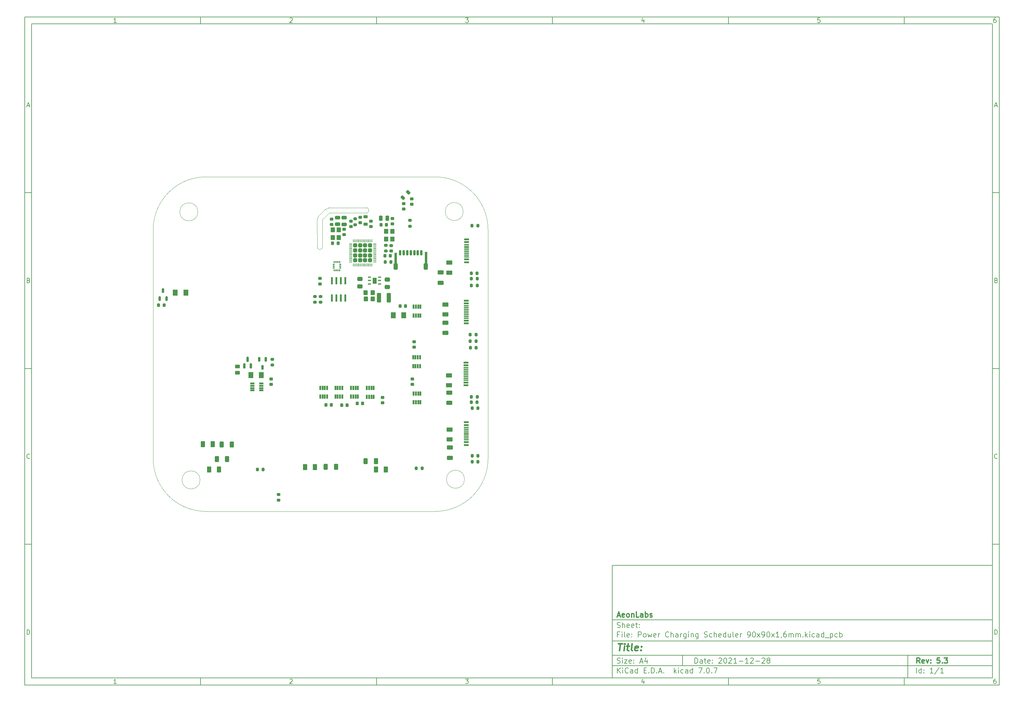
<source format=gbr>
G04 #@! TF.GenerationSoftware,KiCad,Pcbnew,7.0.7*
G04 #@! TF.CreationDate,2023-09-27T18:33:17+02:00*
G04 #@! TF.ProjectId,Power Charging Scheduler 90x90x1_6mm,506f7765-7220-4436-9861-7267696e6720,5.3*
G04 #@! TF.SameCoordinates,Original*
G04 #@! TF.FileFunction,Paste,Top*
G04 #@! TF.FilePolarity,Positive*
%FSLAX46Y46*%
G04 Gerber Fmt 4.6, Leading zero omitted, Abs format (unit mm)*
G04 Created by KiCad (PCBNEW 7.0.7) date 2023-09-27 18:33:17*
%MOMM*%
%LPD*%
G01*
G04 APERTURE LIST*
G04 Aperture macros list*
%AMRoundRect*
0 Rectangle with rounded corners*
0 $1 Rounding radius*
0 $2 $3 $4 $5 $6 $7 $8 $9 X,Y pos of 4 corners*
0 Add a 4 corners polygon primitive as box body*
4,1,4,$2,$3,$4,$5,$6,$7,$8,$9,$2,$3,0*
0 Add four circle primitives for the rounded corners*
1,1,$1+$1,$2,$3*
1,1,$1+$1,$4,$5*
1,1,$1+$1,$6,$7*
1,1,$1+$1,$8,$9*
0 Add four rect primitives between the rounded corners*
20,1,$1+$1,$2,$3,$4,$5,0*
20,1,$1+$1,$4,$5,$6,$7,0*
20,1,$1+$1,$6,$7,$8,$9,0*
20,1,$1+$1,$8,$9,$2,$3,0*%
G04 Aperture macros list end*
%ADD10C,0.100000*%
%ADD11C,0.150000*%
%ADD12C,0.300000*%
%ADD13C,0.400000*%
%ADD14C,0.010000*%
%ADD15RoundRect,0.150000X0.150000X-0.587500X0.150000X0.587500X-0.150000X0.587500X-0.150000X-0.587500X0*%
%ADD16R,1.450000X0.600000*%
%ADD17R,1.450000X0.300000*%
%ADD18RoundRect,0.225000X0.250000X-0.225000X0.250000X0.225000X-0.250000X0.225000X-0.250000X-0.225000X0*%
%ADD19RoundRect,0.250000X-0.350000X-0.450000X0.350000X-0.450000X0.350000X0.450000X-0.350000X0.450000X0*%
%ADD20RoundRect,0.250000X0.250000X0.475000X-0.250000X0.475000X-0.250000X-0.475000X0.250000X-0.475000X0*%
%ADD21RoundRect,0.250000X-0.625000X0.312500X-0.625000X-0.312500X0.625000X-0.312500X0.625000X0.312500X0*%
%ADD22RoundRect,0.250000X0.625000X-0.375000X0.625000X0.375000X-0.625000X0.375000X-0.625000X-0.375000X0*%
%ADD23RoundRect,0.200000X0.200000X0.275000X-0.200000X0.275000X-0.200000X-0.275000X0.200000X-0.275000X0*%
%ADD24RoundRect,0.150000X-0.150000X-0.625000X0.150000X-0.625000X0.150000X0.625000X-0.150000X0.625000X0*%
%ADD25RoundRect,0.250000X-0.350000X-0.650000X0.350000X-0.650000X0.350000X0.650000X-0.350000X0.650000X0*%
%ADD26RoundRect,0.225000X-0.250000X0.225000X-0.250000X-0.225000X0.250000X-0.225000X0.250000X0.225000X0*%
%ADD27R,0.840000X0.420000*%
%ADD28RoundRect,0.225000X-0.225000X-0.250000X0.225000X-0.250000X0.225000X0.250000X-0.225000X0.250000X0*%
%ADD29RoundRect,0.028800X0.211200X-0.576200X0.211200X0.576200X-0.211200X0.576200X-0.211200X-0.576200X0*%
%ADD30RoundRect,0.250000X-0.375000X-0.625000X0.375000X-0.625000X0.375000X0.625000X-0.375000X0.625000X0*%
%ADD31RoundRect,0.028800X-0.211200X0.576200X-0.211200X-0.576200X0.211200X-0.576200X0.211200X0.576200X0*%
%ADD32RoundRect,0.250000X0.375000X0.625000X-0.375000X0.625000X-0.375000X-0.625000X0.375000X-0.625000X0*%
%ADD33RoundRect,0.150000X0.150000X-0.512500X0.150000X0.512500X-0.150000X0.512500X-0.150000X-0.512500X0*%
%ADD34RoundRect,0.200000X-0.275000X0.200000X-0.275000X-0.200000X0.275000X-0.200000X0.275000X0.200000X0*%
%ADD35RoundRect,0.250000X0.475000X-0.337500X0.475000X0.337500X-0.475000X0.337500X-0.475000X-0.337500X0*%
%ADD36RoundRect,0.250000X0.450000X-0.262500X0.450000X0.262500X-0.450000X0.262500X-0.450000X-0.262500X0*%
%ADD37RoundRect,0.225000X0.225000X0.250000X-0.225000X0.250000X-0.225000X-0.250000X0.225000X-0.250000X0*%
%ADD38RoundRect,0.250000X0.375000X1.075000X-0.375000X1.075000X-0.375000X-1.075000X0.375000X-1.075000X0*%
%ADD39R,0.350000X0.580000*%
%ADD40R,0.580000X0.350000*%
%ADD41RoundRect,0.250000X-0.315000X0.315000X-0.315000X-0.315000X0.315000X-0.315000X0.315000X0.315000X0*%
%ADD42RoundRect,0.050000X-0.050000X0.387500X-0.050000X-0.387500X0.050000X-0.387500X0.050000X0.387500X0*%
%ADD43RoundRect,0.050000X-0.387500X0.050000X-0.387500X-0.050000X0.387500X-0.050000X0.387500X0.050000X0*%
%ADD44RoundRect,0.200000X0.275000X-0.200000X0.275000X0.200000X-0.275000X0.200000X-0.275000X-0.200000X0*%
%ADD45RoundRect,0.250000X-0.475000X0.250000X-0.475000X-0.250000X0.475000X-0.250000X0.475000X0.250000X0*%
%ADD46RoundRect,0.250000X-0.312500X-0.625000X0.312500X-0.625000X0.312500X0.625000X-0.312500X0.625000X0*%
%ADD47RoundRect,0.250001X0.462499X0.624999X-0.462499X0.624999X-0.462499X-0.624999X0.462499X-0.624999X0*%
%ADD48RoundRect,0.250001X-0.462499X-0.624999X0.462499X-0.624999X0.462499X0.624999X-0.462499X0.624999X0*%
%ADD49R,1.200000X1.400000*%
%ADD50RoundRect,0.150000X-0.150000X0.512500X-0.150000X-0.512500X0.150000X-0.512500X0.150000X0.512500X0*%
%ADD51RoundRect,0.218750X-0.381250X0.218750X-0.381250X-0.218750X0.381250X-0.218750X0.381250X0.218750X0*%
%ADD52RoundRect,0.250000X-0.475000X0.337500X-0.475000X-0.337500X0.475000X-0.337500X0.475000X0.337500X0*%
%ADD53RoundRect,0.218750X-0.114905X0.424264X-0.424264X0.114905X0.114905X-0.424264X0.424264X-0.114905X0*%
%ADD54R,0.800000X4.500000*%
%ADD55RoundRect,0.250000X0.350000X0.450000X-0.350000X0.450000X-0.350000X-0.450000X0.350000X-0.450000X0*%
%ADD56RoundRect,0.250000X0.312500X0.625000X-0.312500X0.625000X-0.312500X-0.625000X0.312500X-0.625000X0*%
%ADD57RoundRect,0.028800X-0.576200X-0.211200X0.576200X-0.211200X0.576200X0.211200X-0.576200X0.211200X0*%
%ADD58RoundRect,0.041300X0.253700X-0.948700X0.253700X0.948700X-0.253700X0.948700X-0.253700X-0.948700X0*%
G04 #@! TA.AperFunction,Profile*
%ADD59C,0.100000*%
G04 #@! TD*
G04 APERTURE END LIST*
D10*
D11*
X177002200Y-166007200D02*
X285002200Y-166007200D01*
X285002200Y-198007200D01*
X177002200Y-198007200D01*
X177002200Y-166007200D01*
D10*
D11*
X10000000Y-10000000D02*
X287002200Y-10000000D01*
X287002200Y-200007200D01*
X10000000Y-200007200D01*
X10000000Y-10000000D01*
D10*
D11*
X12000000Y-12000000D02*
X285002200Y-12000000D01*
X285002200Y-198007200D01*
X12000000Y-198007200D01*
X12000000Y-12000000D01*
D10*
D11*
X60000000Y-12000000D02*
X60000000Y-10000000D01*
D10*
D11*
X110000000Y-12000000D02*
X110000000Y-10000000D01*
D10*
D11*
X160000000Y-12000000D02*
X160000000Y-10000000D01*
D10*
D11*
X210000000Y-12000000D02*
X210000000Y-10000000D01*
D10*
D11*
X260000000Y-12000000D02*
X260000000Y-10000000D01*
D10*
D11*
X36089160Y-11593604D02*
X35346303Y-11593604D01*
X35717731Y-11593604D02*
X35717731Y-10293604D01*
X35717731Y-10293604D02*
X35593922Y-10479319D01*
X35593922Y-10479319D02*
X35470112Y-10603128D01*
X35470112Y-10603128D02*
X35346303Y-10665033D01*
D10*
D11*
X85346303Y-10417414D02*
X85408207Y-10355509D01*
X85408207Y-10355509D02*
X85532017Y-10293604D01*
X85532017Y-10293604D02*
X85841541Y-10293604D01*
X85841541Y-10293604D02*
X85965350Y-10355509D01*
X85965350Y-10355509D02*
X86027255Y-10417414D01*
X86027255Y-10417414D02*
X86089160Y-10541223D01*
X86089160Y-10541223D02*
X86089160Y-10665033D01*
X86089160Y-10665033D02*
X86027255Y-10850747D01*
X86027255Y-10850747D02*
X85284398Y-11593604D01*
X85284398Y-11593604D02*
X86089160Y-11593604D01*
D10*
D11*
X135284398Y-10293604D02*
X136089160Y-10293604D01*
X136089160Y-10293604D02*
X135655826Y-10788842D01*
X135655826Y-10788842D02*
X135841541Y-10788842D01*
X135841541Y-10788842D02*
X135965350Y-10850747D01*
X135965350Y-10850747D02*
X136027255Y-10912652D01*
X136027255Y-10912652D02*
X136089160Y-11036461D01*
X136089160Y-11036461D02*
X136089160Y-11345985D01*
X136089160Y-11345985D02*
X136027255Y-11469795D01*
X136027255Y-11469795D02*
X135965350Y-11531700D01*
X135965350Y-11531700D02*
X135841541Y-11593604D01*
X135841541Y-11593604D02*
X135470112Y-11593604D01*
X135470112Y-11593604D02*
X135346303Y-11531700D01*
X135346303Y-11531700D02*
X135284398Y-11469795D01*
D10*
D11*
X185965350Y-10726938D02*
X185965350Y-11593604D01*
X185655826Y-10231700D02*
X185346303Y-11160271D01*
X185346303Y-11160271D02*
X186151064Y-11160271D01*
D10*
D11*
X236027255Y-10293604D02*
X235408207Y-10293604D01*
X235408207Y-10293604D02*
X235346303Y-10912652D01*
X235346303Y-10912652D02*
X235408207Y-10850747D01*
X235408207Y-10850747D02*
X235532017Y-10788842D01*
X235532017Y-10788842D02*
X235841541Y-10788842D01*
X235841541Y-10788842D02*
X235965350Y-10850747D01*
X235965350Y-10850747D02*
X236027255Y-10912652D01*
X236027255Y-10912652D02*
X236089160Y-11036461D01*
X236089160Y-11036461D02*
X236089160Y-11345985D01*
X236089160Y-11345985D02*
X236027255Y-11469795D01*
X236027255Y-11469795D02*
X235965350Y-11531700D01*
X235965350Y-11531700D02*
X235841541Y-11593604D01*
X235841541Y-11593604D02*
X235532017Y-11593604D01*
X235532017Y-11593604D02*
X235408207Y-11531700D01*
X235408207Y-11531700D02*
X235346303Y-11469795D01*
D10*
D11*
X285965350Y-10293604D02*
X285717731Y-10293604D01*
X285717731Y-10293604D02*
X285593922Y-10355509D01*
X285593922Y-10355509D02*
X285532017Y-10417414D01*
X285532017Y-10417414D02*
X285408207Y-10603128D01*
X285408207Y-10603128D02*
X285346303Y-10850747D01*
X285346303Y-10850747D02*
X285346303Y-11345985D01*
X285346303Y-11345985D02*
X285408207Y-11469795D01*
X285408207Y-11469795D02*
X285470112Y-11531700D01*
X285470112Y-11531700D02*
X285593922Y-11593604D01*
X285593922Y-11593604D02*
X285841541Y-11593604D01*
X285841541Y-11593604D02*
X285965350Y-11531700D01*
X285965350Y-11531700D02*
X286027255Y-11469795D01*
X286027255Y-11469795D02*
X286089160Y-11345985D01*
X286089160Y-11345985D02*
X286089160Y-11036461D01*
X286089160Y-11036461D02*
X286027255Y-10912652D01*
X286027255Y-10912652D02*
X285965350Y-10850747D01*
X285965350Y-10850747D02*
X285841541Y-10788842D01*
X285841541Y-10788842D02*
X285593922Y-10788842D01*
X285593922Y-10788842D02*
X285470112Y-10850747D01*
X285470112Y-10850747D02*
X285408207Y-10912652D01*
X285408207Y-10912652D02*
X285346303Y-11036461D01*
D10*
D11*
X60000000Y-198007200D02*
X60000000Y-200007200D01*
D10*
D11*
X110000000Y-198007200D02*
X110000000Y-200007200D01*
D10*
D11*
X160000000Y-198007200D02*
X160000000Y-200007200D01*
D10*
D11*
X210000000Y-198007200D02*
X210000000Y-200007200D01*
D10*
D11*
X260000000Y-198007200D02*
X260000000Y-200007200D01*
D10*
D11*
X36089160Y-199600804D02*
X35346303Y-199600804D01*
X35717731Y-199600804D02*
X35717731Y-198300804D01*
X35717731Y-198300804D02*
X35593922Y-198486519D01*
X35593922Y-198486519D02*
X35470112Y-198610328D01*
X35470112Y-198610328D02*
X35346303Y-198672233D01*
D10*
D11*
X85346303Y-198424614D02*
X85408207Y-198362709D01*
X85408207Y-198362709D02*
X85532017Y-198300804D01*
X85532017Y-198300804D02*
X85841541Y-198300804D01*
X85841541Y-198300804D02*
X85965350Y-198362709D01*
X85965350Y-198362709D02*
X86027255Y-198424614D01*
X86027255Y-198424614D02*
X86089160Y-198548423D01*
X86089160Y-198548423D02*
X86089160Y-198672233D01*
X86089160Y-198672233D02*
X86027255Y-198857947D01*
X86027255Y-198857947D02*
X85284398Y-199600804D01*
X85284398Y-199600804D02*
X86089160Y-199600804D01*
D10*
D11*
X135284398Y-198300804D02*
X136089160Y-198300804D01*
X136089160Y-198300804D02*
X135655826Y-198796042D01*
X135655826Y-198796042D02*
X135841541Y-198796042D01*
X135841541Y-198796042D02*
X135965350Y-198857947D01*
X135965350Y-198857947D02*
X136027255Y-198919852D01*
X136027255Y-198919852D02*
X136089160Y-199043661D01*
X136089160Y-199043661D02*
X136089160Y-199353185D01*
X136089160Y-199353185D02*
X136027255Y-199476995D01*
X136027255Y-199476995D02*
X135965350Y-199538900D01*
X135965350Y-199538900D02*
X135841541Y-199600804D01*
X135841541Y-199600804D02*
X135470112Y-199600804D01*
X135470112Y-199600804D02*
X135346303Y-199538900D01*
X135346303Y-199538900D02*
X135284398Y-199476995D01*
D10*
D11*
X185965350Y-198734138D02*
X185965350Y-199600804D01*
X185655826Y-198238900D02*
X185346303Y-199167471D01*
X185346303Y-199167471D02*
X186151064Y-199167471D01*
D10*
D11*
X236027255Y-198300804D02*
X235408207Y-198300804D01*
X235408207Y-198300804D02*
X235346303Y-198919852D01*
X235346303Y-198919852D02*
X235408207Y-198857947D01*
X235408207Y-198857947D02*
X235532017Y-198796042D01*
X235532017Y-198796042D02*
X235841541Y-198796042D01*
X235841541Y-198796042D02*
X235965350Y-198857947D01*
X235965350Y-198857947D02*
X236027255Y-198919852D01*
X236027255Y-198919852D02*
X236089160Y-199043661D01*
X236089160Y-199043661D02*
X236089160Y-199353185D01*
X236089160Y-199353185D02*
X236027255Y-199476995D01*
X236027255Y-199476995D02*
X235965350Y-199538900D01*
X235965350Y-199538900D02*
X235841541Y-199600804D01*
X235841541Y-199600804D02*
X235532017Y-199600804D01*
X235532017Y-199600804D02*
X235408207Y-199538900D01*
X235408207Y-199538900D02*
X235346303Y-199476995D01*
D10*
D11*
X285965350Y-198300804D02*
X285717731Y-198300804D01*
X285717731Y-198300804D02*
X285593922Y-198362709D01*
X285593922Y-198362709D02*
X285532017Y-198424614D01*
X285532017Y-198424614D02*
X285408207Y-198610328D01*
X285408207Y-198610328D02*
X285346303Y-198857947D01*
X285346303Y-198857947D02*
X285346303Y-199353185D01*
X285346303Y-199353185D02*
X285408207Y-199476995D01*
X285408207Y-199476995D02*
X285470112Y-199538900D01*
X285470112Y-199538900D02*
X285593922Y-199600804D01*
X285593922Y-199600804D02*
X285841541Y-199600804D01*
X285841541Y-199600804D02*
X285965350Y-199538900D01*
X285965350Y-199538900D02*
X286027255Y-199476995D01*
X286027255Y-199476995D02*
X286089160Y-199353185D01*
X286089160Y-199353185D02*
X286089160Y-199043661D01*
X286089160Y-199043661D02*
X286027255Y-198919852D01*
X286027255Y-198919852D02*
X285965350Y-198857947D01*
X285965350Y-198857947D02*
X285841541Y-198796042D01*
X285841541Y-198796042D02*
X285593922Y-198796042D01*
X285593922Y-198796042D02*
X285470112Y-198857947D01*
X285470112Y-198857947D02*
X285408207Y-198919852D01*
X285408207Y-198919852D02*
X285346303Y-199043661D01*
D10*
D11*
X10000000Y-60000000D02*
X12000000Y-60000000D01*
D10*
D11*
X10000000Y-110000000D02*
X12000000Y-110000000D01*
D10*
D11*
X10000000Y-160000000D02*
X12000000Y-160000000D01*
D10*
D11*
X10690476Y-35222176D02*
X11309523Y-35222176D01*
X10566666Y-35593604D02*
X10999999Y-34293604D01*
X10999999Y-34293604D02*
X11433333Y-35593604D01*
D10*
D11*
X11092857Y-84912652D02*
X11278571Y-84974557D01*
X11278571Y-84974557D02*
X11340476Y-85036461D01*
X11340476Y-85036461D02*
X11402380Y-85160271D01*
X11402380Y-85160271D02*
X11402380Y-85345985D01*
X11402380Y-85345985D02*
X11340476Y-85469795D01*
X11340476Y-85469795D02*
X11278571Y-85531700D01*
X11278571Y-85531700D02*
X11154761Y-85593604D01*
X11154761Y-85593604D02*
X10659523Y-85593604D01*
X10659523Y-85593604D02*
X10659523Y-84293604D01*
X10659523Y-84293604D02*
X11092857Y-84293604D01*
X11092857Y-84293604D02*
X11216666Y-84355509D01*
X11216666Y-84355509D02*
X11278571Y-84417414D01*
X11278571Y-84417414D02*
X11340476Y-84541223D01*
X11340476Y-84541223D02*
X11340476Y-84665033D01*
X11340476Y-84665033D02*
X11278571Y-84788842D01*
X11278571Y-84788842D02*
X11216666Y-84850747D01*
X11216666Y-84850747D02*
X11092857Y-84912652D01*
X11092857Y-84912652D02*
X10659523Y-84912652D01*
D10*
D11*
X11402380Y-135469795D02*
X11340476Y-135531700D01*
X11340476Y-135531700D02*
X11154761Y-135593604D01*
X11154761Y-135593604D02*
X11030952Y-135593604D01*
X11030952Y-135593604D02*
X10845238Y-135531700D01*
X10845238Y-135531700D02*
X10721428Y-135407890D01*
X10721428Y-135407890D02*
X10659523Y-135284080D01*
X10659523Y-135284080D02*
X10597619Y-135036461D01*
X10597619Y-135036461D02*
X10597619Y-134850747D01*
X10597619Y-134850747D02*
X10659523Y-134603128D01*
X10659523Y-134603128D02*
X10721428Y-134479319D01*
X10721428Y-134479319D02*
X10845238Y-134355509D01*
X10845238Y-134355509D02*
X11030952Y-134293604D01*
X11030952Y-134293604D02*
X11154761Y-134293604D01*
X11154761Y-134293604D02*
X11340476Y-134355509D01*
X11340476Y-134355509D02*
X11402380Y-134417414D01*
D10*
D11*
X10659523Y-185593604D02*
X10659523Y-184293604D01*
X10659523Y-184293604D02*
X10969047Y-184293604D01*
X10969047Y-184293604D02*
X11154761Y-184355509D01*
X11154761Y-184355509D02*
X11278571Y-184479319D01*
X11278571Y-184479319D02*
X11340476Y-184603128D01*
X11340476Y-184603128D02*
X11402380Y-184850747D01*
X11402380Y-184850747D02*
X11402380Y-185036461D01*
X11402380Y-185036461D02*
X11340476Y-185284080D01*
X11340476Y-185284080D02*
X11278571Y-185407890D01*
X11278571Y-185407890D02*
X11154761Y-185531700D01*
X11154761Y-185531700D02*
X10969047Y-185593604D01*
X10969047Y-185593604D02*
X10659523Y-185593604D01*
D10*
D11*
X287002200Y-60000000D02*
X285002200Y-60000000D01*
D10*
D11*
X287002200Y-110000000D02*
X285002200Y-110000000D01*
D10*
D11*
X287002200Y-160000000D02*
X285002200Y-160000000D01*
D10*
D11*
X285692676Y-35222176D02*
X286311723Y-35222176D01*
X285568866Y-35593604D02*
X286002199Y-34293604D01*
X286002199Y-34293604D02*
X286435533Y-35593604D01*
D10*
D11*
X286095057Y-84912652D02*
X286280771Y-84974557D01*
X286280771Y-84974557D02*
X286342676Y-85036461D01*
X286342676Y-85036461D02*
X286404580Y-85160271D01*
X286404580Y-85160271D02*
X286404580Y-85345985D01*
X286404580Y-85345985D02*
X286342676Y-85469795D01*
X286342676Y-85469795D02*
X286280771Y-85531700D01*
X286280771Y-85531700D02*
X286156961Y-85593604D01*
X286156961Y-85593604D02*
X285661723Y-85593604D01*
X285661723Y-85593604D02*
X285661723Y-84293604D01*
X285661723Y-84293604D02*
X286095057Y-84293604D01*
X286095057Y-84293604D02*
X286218866Y-84355509D01*
X286218866Y-84355509D02*
X286280771Y-84417414D01*
X286280771Y-84417414D02*
X286342676Y-84541223D01*
X286342676Y-84541223D02*
X286342676Y-84665033D01*
X286342676Y-84665033D02*
X286280771Y-84788842D01*
X286280771Y-84788842D02*
X286218866Y-84850747D01*
X286218866Y-84850747D02*
X286095057Y-84912652D01*
X286095057Y-84912652D02*
X285661723Y-84912652D01*
D10*
D11*
X286404580Y-135469795D02*
X286342676Y-135531700D01*
X286342676Y-135531700D02*
X286156961Y-135593604D01*
X286156961Y-135593604D02*
X286033152Y-135593604D01*
X286033152Y-135593604D02*
X285847438Y-135531700D01*
X285847438Y-135531700D02*
X285723628Y-135407890D01*
X285723628Y-135407890D02*
X285661723Y-135284080D01*
X285661723Y-135284080D02*
X285599819Y-135036461D01*
X285599819Y-135036461D02*
X285599819Y-134850747D01*
X285599819Y-134850747D02*
X285661723Y-134603128D01*
X285661723Y-134603128D02*
X285723628Y-134479319D01*
X285723628Y-134479319D02*
X285847438Y-134355509D01*
X285847438Y-134355509D02*
X286033152Y-134293604D01*
X286033152Y-134293604D02*
X286156961Y-134293604D01*
X286156961Y-134293604D02*
X286342676Y-134355509D01*
X286342676Y-134355509D02*
X286404580Y-134417414D01*
D10*
D11*
X285661723Y-185593604D02*
X285661723Y-184293604D01*
X285661723Y-184293604D02*
X285971247Y-184293604D01*
X285971247Y-184293604D02*
X286156961Y-184355509D01*
X286156961Y-184355509D02*
X286280771Y-184479319D01*
X286280771Y-184479319D02*
X286342676Y-184603128D01*
X286342676Y-184603128D02*
X286404580Y-184850747D01*
X286404580Y-184850747D02*
X286404580Y-185036461D01*
X286404580Y-185036461D02*
X286342676Y-185284080D01*
X286342676Y-185284080D02*
X286280771Y-185407890D01*
X286280771Y-185407890D02*
X286156961Y-185531700D01*
X286156961Y-185531700D02*
X285971247Y-185593604D01*
X285971247Y-185593604D02*
X285661723Y-185593604D01*
D10*
D11*
X200458026Y-193793328D02*
X200458026Y-192293328D01*
X200458026Y-192293328D02*
X200815169Y-192293328D01*
X200815169Y-192293328D02*
X201029455Y-192364757D01*
X201029455Y-192364757D02*
X201172312Y-192507614D01*
X201172312Y-192507614D02*
X201243741Y-192650471D01*
X201243741Y-192650471D02*
X201315169Y-192936185D01*
X201315169Y-192936185D02*
X201315169Y-193150471D01*
X201315169Y-193150471D02*
X201243741Y-193436185D01*
X201243741Y-193436185D02*
X201172312Y-193579042D01*
X201172312Y-193579042D02*
X201029455Y-193721900D01*
X201029455Y-193721900D02*
X200815169Y-193793328D01*
X200815169Y-193793328D02*
X200458026Y-193793328D01*
X202600884Y-193793328D02*
X202600884Y-193007614D01*
X202600884Y-193007614D02*
X202529455Y-192864757D01*
X202529455Y-192864757D02*
X202386598Y-192793328D01*
X202386598Y-192793328D02*
X202100884Y-192793328D01*
X202100884Y-192793328D02*
X201958026Y-192864757D01*
X202600884Y-193721900D02*
X202458026Y-193793328D01*
X202458026Y-193793328D02*
X202100884Y-193793328D01*
X202100884Y-193793328D02*
X201958026Y-193721900D01*
X201958026Y-193721900D02*
X201886598Y-193579042D01*
X201886598Y-193579042D02*
X201886598Y-193436185D01*
X201886598Y-193436185D02*
X201958026Y-193293328D01*
X201958026Y-193293328D02*
X202100884Y-193221900D01*
X202100884Y-193221900D02*
X202458026Y-193221900D01*
X202458026Y-193221900D02*
X202600884Y-193150471D01*
X203100884Y-192793328D02*
X203672312Y-192793328D01*
X203315169Y-192293328D02*
X203315169Y-193579042D01*
X203315169Y-193579042D02*
X203386598Y-193721900D01*
X203386598Y-193721900D02*
X203529455Y-193793328D01*
X203529455Y-193793328D02*
X203672312Y-193793328D01*
X204743741Y-193721900D02*
X204600884Y-193793328D01*
X204600884Y-193793328D02*
X204315170Y-193793328D01*
X204315170Y-193793328D02*
X204172312Y-193721900D01*
X204172312Y-193721900D02*
X204100884Y-193579042D01*
X204100884Y-193579042D02*
X204100884Y-193007614D01*
X204100884Y-193007614D02*
X204172312Y-192864757D01*
X204172312Y-192864757D02*
X204315170Y-192793328D01*
X204315170Y-192793328D02*
X204600884Y-192793328D01*
X204600884Y-192793328D02*
X204743741Y-192864757D01*
X204743741Y-192864757D02*
X204815170Y-193007614D01*
X204815170Y-193007614D02*
X204815170Y-193150471D01*
X204815170Y-193150471D02*
X204100884Y-193293328D01*
X205458026Y-193650471D02*
X205529455Y-193721900D01*
X205529455Y-193721900D02*
X205458026Y-193793328D01*
X205458026Y-193793328D02*
X205386598Y-193721900D01*
X205386598Y-193721900D02*
X205458026Y-193650471D01*
X205458026Y-193650471D02*
X205458026Y-193793328D01*
X205458026Y-192864757D02*
X205529455Y-192936185D01*
X205529455Y-192936185D02*
X205458026Y-193007614D01*
X205458026Y-193007614D02*
X205386598Y-192936185D01*
X205386598Y-192936185D02*
X205458026Y-192864757D01*
X205458026Y-192864757D02*
X205458026Y-193007614D01*
X207243741Y-192436185D02*
X207315169Y-192364757D01*
X207315169Y-192364757D02*
X207458027Y-192293328D01*
X207458027Y-192293328D02*
X207815169Y-192293328D01*
X207815169Y-192293328D02*
X207958027Y-192364757D01*
X207958027Y-192364757D02*
X208029455Y-192436185D01*
X208029455Y-192436185D02*
X208100884Y-192579042D01*
X208100884Y-192579042D02*
X208100884Y-192721900D01*
X208100884Y-192721900D02*
X208029455Y-192936185D01*
X208029455Y-192936185D02*
X207172312Y-193793328D01*
X207172312Y-193793328D02*
X208100884Y-193793328D01*
X209029455Y-192293328D02*
X209172312Y-192293328D01*
X209172312Y-192293328D02*
X209315169Y-192364757D01*
X209315169Y-192364757D02*
X209386598Y-192436185D01*
X209386598Y-192436185D02*
X209458026Y-192579042D01*
X209458026Y-192579042D02*
X209529455Y-192864757D01*
X209529455Y-192864757D02*
X209529455Y-193221900D01*
X209529455Y-193221900D02*
X209458026Y-193507614D01*
X209458026Y-193507614D02*
X209386598Y-193650471D01*
X209386598Y-193650471D02*
X209315169Y-193721900D01*
X209315169Y-193721900D02*
X209172312Y-193793328D01*
X209172312Y-193793328D02*
X209029455Y-193793328D01*
X209029455Y-193793328D02*
X208886598Y-193721900D01*
X208886598Y-193721900D02*
X208815169Y-193650471D01*
X208815169Y-193650471D02*
X208743740Y-193507614D01*
X208743740Y-193507614D02*
X208672312Y-193221900D01*
X208672312Y-193221900D02*
X208672312Y-192864757D01*
X208672312Y-192864757D02*
X208743740Y-192579042D01*
X208743740Y-192579042D02*
X208815169Y-192436185D01*
X208815169Y-192436185D02*
X208886598Y-192364757D01*
X208886598Y-192364757D02*
X209029455Y-192293328D01*
X210100883Y-192436185D02*
X210172311Y-192364757D01*
X210172311Y-192364757D02*
X210315169Y-192293328D01*
X210315169Y-192293328D02*
X210672311Y-192293328D01*
X210672311Y-192293328D02*
X210815169Y-192364757D01*
X210815169Y-192364757D02*
X210886597Y-192436185D01*
X210886597Y-192436185D02*
X210958026Y-192579042D01*
X210958026Y-192579042D02*
X210958026Y-192721900D01*
X210958026Y-192721900D02*
X210886597Y-192936185D01*
X210886597Y-192936185D02*
X210029454Y-193793328D01*
X210029454Y-193793328D02*
X210958026Y-193793328D01*
X212386597Y-193793328D02*
X211529454Y-193793328D01*
X211958025Y-193793328D02*
X211958025Y-192293328D01*
X211958025Y-192293328D02*
X211815168Y-192507614D01*
X211815168Y-192507614D02*
X211672311Y-192650471D01*
X211672311Y-192650471D02*
X211529454Y-192721900D01*
X213029453Y-193221900D02*
X214172311Y-193221900D01*
X215672311Y-193793328D02*
X214815168Y-193793328D01*
X215243739Y-193793328D02*
X215243739Y-192293328D01*
X215243739Y-192293328D02*
X215100882Y-192507614D01*
X215100882Y-192507614D02*
X214958025Y-192650471D01*
X214958025Y-192650471D02*
X214815168Y-192721900D01*
X216243739Y-192436185D02*
X216315167Y-192364757D01*
X216315167Y-192364757D02*
X216458025Y-192293328D01*
X216458025Y-192293328D02*
X216815167Y-192293328D01*
X216815167Y-192293328D02*
X216958025Y-192364757D01*
X216958025Y-192364757D02*
X217029453Y-192436185D01*
X217029453Y-192436185D02*
X217100882Y-192579042D01*
X217100882Y-192579042D02*
X217100882Y-192721900D01*
X217100882Y-192721900D02*
X217029453Y-192936185D01*
X217029453Y-192936185D02*
X216172310Y-193793328D01*
X216172310Y-193793328D02*
X217100882Y-193793328D01*
X217743738Y-193221900D02*
X218886596Y-193221900D01*
X219529453Y-192436185D02*
X219600881Y-192364757D01*
X219600881Y-192364757D02*
X219743739Y-192293328D01*
X219743739Y-192293328D02*
X220100881Y-192293328D01*
X220100881Y-192293328D02*
X220243739Y-192364757D01*
X220243739Y-192364757D02*
X220315167Y-192436185D01*
X220315167Y-192436185D02*
X220386596Y-192579042D01*
X220386596Y-192579042D02*
X220386596Y-192721900D01*
X220386596Y-192721900D02*
X220315167Y-192936185D01*
X220315167Y-192936185D02*
X219458024Y-193793328D01*
X219458024Y-193793328D02*
X220386596Y-193793328D01*
X221243738Y-192936185D02*
X221100881Y-192864757D01*
X221100881Y-192864757D02*
X221029452Y-192793328D01*
X221029452Y-192793328D02*
X220958024Y-192650471D01*
X220958024Y-192650471D02*
X220958024Y-192579042D01*
X220958024Y-192579042D02*
X221029452Y-192436185D01*
X221029452Y-192436185D02*
X221100881Y-192364757D01*
X221100881Y-192364757D02*
X221243738Y-192293328D01*
X221243738Y-192293328D02*
X221529452Y-192293328D01*
X221529452Y-192293328D02*
X221672310Y-192364757D01*
X221672310Y-192364757D02*
X221743738Y-192436185D01*
X221743738Y-192436185D02*
X221815167Y-192579042D01*
X221815167Y-192579042D02*
X221815167Y-192650471D01*
X221815167Y-192650471D02*
X221743738Y-192793328D01*
X221743738Y-192793328D02*
X221672310Y-192864757D01*
X221672310Y-192864757D02*
X221529452Y-192936185D01*
X221529452Y-192936185D02*
X221243738Y-192936185D01*
X221243738Y-192936185D02*
X221100881Y-193007614D01*
X221100881Y-193007614D02*
X221029452Y-193079042D01*
X221029452Y-193079042D02*
X220958024Y-193221900D01*
X220958024Y-193221900D02*
X220958024Y-193507614D01*
X220958024Y-193507614D02*
X221029452Y-193650471D01*
X221029452Y-193650471D02*
X221100881Y-193721900D01*
X221100881Y-193721900D02*
X221243738Y-193793328D01*
X221243738Y-193793328D02*
X221529452Y-193793328D01*
X221529452Y-193793328D02*
X221672310Y-193721900D01*
X221672310Y-193721900D02*
X221743738Y-193650471D01*
X221743738Y-193650471D02*
X221815167Y-193507614D01*
X221815167Y-193507614D02*
X221815167Y-193221900D01*
X221815167Y-193221900D02*
X221743738Y-193079042D01*
X221743738Y-193079042D02*
X221672310Y-193007614D01*
X221672310Y-193007614D02*
X221529452Y-192936185D01*
D10*
D11*
X177002200Y-194507200D02*
X285002200Y-194507200D01*
D10*
D11*
X178458026Y-196593328D02*
X178458026Y-195093328D01*
X179315169Y-196593328D02*
X178672312Y-195736185D01*
X179315169Y-195093328D02*
X178458026Y-195950471D01*
X179958026Y-196593328D02*
X179958026Y-195593328D01*
X179958026Y-195093328D02*
X179886598Y-195164757D01*
X179886598Y-195164757D02*
X179958026Y-195236185D01*
X179958026Y-195236185D02*
X180029455Y-195164757D01*
X180029455Y-195164757D02*
X179958026Y-195093328D01*
X179958026Y-195093328D02*
X179958026Y-195236185D01*
X181529455Y-196450471D02*
X181458027Y-196521900D01*
X181458027Y-196521900D02*
X181243741Y-196593328D01*
X181243741Y-196593328D02*
X181100884Y-196593328D01*
X181100884Y-196593328D02*
X180886598Y-196521900D01*
X180886598Y-196521900D02*
X180743741Y-196379042D01*
X180743741Y-196379042D02*
X180672312Y-196236185D01*
X180672312Y-196236185D02*
X180600884Y-195950471D01*
X180600884Y-195950471D02*
X180600884Y-195736185D01*
X180600884Y-195736185D02*
X180672312Y-195450471D01*
X180672312Y-195450471D02*
X180743741Y-195307614D01*
X180743741Y-195307614D02*
X180886598Y-195164757D01*
X180886598Y-195164757D02*
X181100884Y-195093328D01*
X181100884Y-195093328D02*
X181243741Y-195093328D01*
X181243741Y-195093328D02*
X181458027Y-195164757D01*
X181458027Y-195164757D02*
X181529455Y-195236185D01*
X182815170Y-196593328D02*
X182815170Y-195807614D01*
X182815170Y-195807614D02*
X182743741Y-195664757D01*
X182743741Y-195664757D02*
X182600884Y-195593328D01*
X182600884Y-195593328D02*
X182315170Y-195593328D01*
X182315170Y-195593328D02*
X182172312Y-195664757D01*
X182815170Y-196521900D02*
X182672312Y-196593328D01*
X182672312Y-196593328D02*
X182315170Y-196593328D01*
X182315170Y-196593328D02*
X182172312Y-196521900D01*
X182172312Y-196521900D02*
X182100884Y-196379042D01*
X182100884Y-196379042D02*
X182100884Y-196236185D01*
X182100884Y-196236185D02*
X182172312Y-196093328D01*
X182172312Y-196093328D02*
X182315170Y-196021900D01*
X182315170Y-196021900D02*
X182672312Y-196021900D01*
X182672312Y-196021900D02*
X182815170Y-195950471D01*
X184172313Y-196593328D02*
X184172313Y-195093328D01*
X184172313Y-196521900D02*
X184029455Y-196593328D01*
X184029455Y-196593328D02*
X183743741Y-196593328D01*
X183743741Y-196593328D02*
X183600884Y-196521900D01*
X183600884Y-196521900D02*
X183529455Y-196450471D01*
X183529455Y-196450471D02*
X183458027Y-196307614D01*
X183458027Y-196307614D02*
X183458027Y-195879042D01*
X183458027Y-195879042D02*
X183529455Y-195736185D01*
X183529455Y-195736185D02*
X183600884Y-195664757D01*
X183600884Y-195664757D02*
X183743741Y-195593328D01*
X183743741Y-195593328D02*
X184029455Y-195593328D01*
X184029455Y-195593328D02*
X184172313Y-195664757D01*
X186029455Y-195807614D02*
X186529455Y-195807614D01*
X186743741Y-196593328D02*
X186029455Y-196593328D01*
X186029455Y-196593328D02*
X186029455Y-195093328D01*
X186029455Y-195093328D02*
X186743741Y-195093328D01*
X187386598Y-196450471D02*
X187458027Y-196521900D01*
X187458027Y-196521900D02*
X187386598Y-196593328D01*
X187386598Y-196593328D02*
X187315170Y-196521900D01*
X187315170Y-196521900D02*
X187386598Y-196450471D01*
X187386598Y-196450471D02*
X187386598Y-196593328D01*
X188100884Y-196593328D02*
X188100884Y-195093328D01*
X188100884Y-195093328D02*
X188458027Y-195093328D01*
X188458027Y-195093328D02*
X188672313Y-195164757D01*
X188672313Y-195164757D02*
X188815170Y-195307614D01*
X188815170Y-195307614D02*
X188886599Y-195450471D01*
X188886599Y-195450471D02*
X188958027Y-195736185D01*
X188958027Y-195736185D02*
X188958027Y-195950471D01*
X188958027Y-195950471D02*
X188886599Y-196236185D01*
X188886599Y-196236185D02*
X188815170Y-196379042D01*
X188815170Y-196379042D02*
X188672313Y-196521900D01*
X188672313Y-196521900D02*
X188458027Y-196593328D01*
X188458027Y-196593328D02*
X188100884Y-196593328D01*
X189600884Y-196450471D02*
X189672313Y-196521900D01*
X189672313Y-196521900D02*
X189600884Y-196593328D01*
X189600884Y-196593328D02*
X189529456Y-196521900D01*
X189529456Y-196521900D02*
X189600884Y-196450471D01*
X189600884Y-196450471D02*
X189600884Y-196593328D01*
X190243742Y-196164757D02*
X190958028Y-196164757D01*
X190100885Y-196593328D02*
X190600885Y-195093328D01*
X190600885Y-195093328D02*
X191100885Y-196593328D01*
X191600884Y-196450471D02*
X191672313Y-196521900D01*
X191672313Y-196521900D02*
X191600884Y-196593328D01*
X191600884Y-196593328D02*
X191529456Y-196521900D01*
X191529456Y-196521900D02*
X191600884Y-196450471D01*
X191600884Y-196450471D02*
X191600884Y-196593328D01*
X194600884Y-196593328D02*
X194600884Y-195093328D01*
X194743742Y-196021900D02*
X195172313Y-196593328D01*
X195172313Y-195593328D02*
X194600884Y-196164757D01*
X195815170Y-196593328D02*
X195815170Y-195593328D01*
X195815170Y-195093328D02*
X195743742Y-195164757D01*
X195743742Y-195164757D02*
X195815170Y-195236185D01*
X195815170Y-195236185D02*
X195886599Y-195164757D01*
X195886599Y-195164757D02*
X195815170Y-195093328D01*
X195815170Y-195093328D02*
X195815170Y-195236185D01*
X197172314Y-196521900D02*
X197029456Y-196593328D01*
X197029456Y-196593328D02*
X196743742Y-196593328D01*
X196743742Y-196593328D02*
X196600885Y-196521900D01*
X196600885Y-196521900D02*
X196529456Y-196450471D01*
X196529456Y-196450471D02*
X196458028Y-196307614D01*
X196458028Y-196307614D02*
X196458028Y-195879042D01*
X196458028Y-195879042D02*
X196529456Y-195736185D01*
X196529456Y-195736185D02*
X196600885Y-195664757D01*
X196600885Y-195664757D02*
X196743742Y-195593328D01*
X196743742Y-195593328D02*
X197029456Y-195593328D01*
X197029456Y-195593328D02*
X197172314Y-195664757D01*
X198458028Y-196593328D02*
X198458028Y-195807614D01*
X198458028Y-195807614D02*
X198386599Y-195664757D01*
X198386599Y-195664757D02*
X198243742Y-195593328D01*
X198243742Y-195593328D02*
X197958028Y-195593328D01*
X197958028Y-195593328D02*
X197815170Y-195664757D01*
X198458028Y-196521900D02*
X198315170Y-196593328D01*
X198315170Y-196593328D02*
X197958028Y-196593328D01*
X197958028Y-196593328D02*
X197815170Y-196521900D01*
X197815170Y-196521900D02*
X197743742Y-196379042D01*
X197743742Y-196379042D02*
X197743742Y-196236185D01*
X197743742Y-196236185D02*
X197815170Y-196093328D01*
X197815170Y-196093328D02*
X197958028Y-196021900D01*
X197958028Y-196021900D02*
X198315170Y-196021900D01*
X198315170Y-196021900D02*
X198458028Y-195950471D01*
X199815171Y-196593328D02*
X199815171Y-195093328D01*
X199815171Y-196521900D02*
X199672313Y-196593328D01*
X199672313Y-196593328D02*
X199386599Y-196593328D01*
X199386599Y-196593328D02*
X199243742Y-196521900D01*
X199243742Y-196521900D02*
X199172313Y-196450471D01*
X199172313Y-196450471D02*
X199100885Y-196307614D01*
X199100885Y-196307614D02*
X199100885Y-195879042D01*
X199100885Y-195879042D02*
X199172313Y-195736185D01*
X199172313Y-195736185D02*
X199243742Y-195664757D01*
X199243742Y-195664757D02*
X199386599Y-195593328D01*
X199386599Y-195593328D02*
X199672313Y-195593328D01*
X199672313Y-195593328D02*
X199815171Y-195664757D01*
X201529456Y-195093328D02*
X202529456Y-195093328D01*
X202529456Y-195093328D02*
X201886599Y-196593328D01*
X203100884Y-196450471D02*
X203172313Y-196521900D01*
X203172313Y-196521900D02*
X203100884Y-196593328D01*
X203100884Y-196593328D02*
X203029456Y-196521900D01*
X203029456Y-196521900D02*
X203100884Y-196450471D01*
X203100884Y-196450471D02*
X203100884Y-196593328D01*
X204100885Y-195093328D02*
X204243742Y-195093328D01*
X204243742Y-195093328D02*
X204386599Y-195164757D01*
X204386599Y-195164757D02*
X204458028Y-195236185D01*
X204458028Y-195236185D02*
X204529456Y-195379042D01*
X204529456Y-195379042D02*
X204600885Y-195664757D01*
X204600885Y-195664757D02*
X204600885Y-196021900D01*
X204600885Y-196021900D02*
X204529456Y-196307614D01*
X204529456Y-196307614D02*
X204458028Y-196450471D01*
X204458028Y-196450471D02*
X204386599Y-196521900D01*
X204386599Y-196521900D02*
X204243742Y-196593328D01*
X204243742Y-196593328D02*
X204100885Y-196593328D01*
X204100885Y-196593328D02*
X203958028Y-196521900D01*
X203958028Y-196521900D02*
X203886599Y-196450471D01*
X203886599Y-196450471D02*
X203815170Y-196307614D01*
X203815170Y-196307614D02*
X203743742Y-196021900D01*
X203743742Y-196021900D02*
X203743742Y-195664757D01*
X203743742Y-195664757D02*
X203815170Y-195379042D01*
X203815170Y-195379042D02*
X203886599Y-195236185D01*
X203886599Y-195236185D02*
X203958028Y-195164757D01*
X203958028Y-195164757D02*
X204100885Y-195093328D01*
X205243741Y-196450471D02*
X205315170Y-196521900D01*
X205315170Y-196521900D02*
X205243741Y-196593328D01*
X205243741Y-196593328D02*
X205172313Y-196521900D01*
X205172313Y-196521900D02*
X205243741Y-196450471D01*
X205243741Y-196450471D02*
X205243741Y-196593328D01*
X205815170Y-195093328D02*
X206815170Y-195093328D01*
X206815170Y-195093328D02*
X206172313Y-196593328D01*
D10*
D11*
X177002200Y-191507200D02*
X285002200Y-191507200D01*
D10*
D12*
X264413853Y-193785528D02*
X263913853Y-193071242D01*
X263556710Y-193785528D02*
X263556710Y-192285528D01*
X263556710Y-192285528D02*
X264128139Y-192285528D01*
X264128139Y-192285528D02*
X264270996Y-192356957D01*
X264270996Y-192356957D02*
X264342425Y-192428385D01*
X264342425Y-192428385D02*
X264413853Y-192571242D01*
X264413853Y-192571242D02*
X264413853Y-192785528D01*
X264413853Y-192785528D02*
X264342425Y-192928385D01*
X264342425Y-192928385D02*
X264270996Y-192999814D01*
X264270996Y-192999814D02*
X264128139Y-193071242D01*
X264128139Y-193071242D02*
X263556710Y-193071242D01*
X265628139Y-193714100D02*
X265485282Y-193785528D01*
X265485282Y-193785528D02*
X265199568Y-193785528D01*
X265199568Y-193785528D02*
X265056710Y-193714100D01*
X265056710Y-193714100D02*
X264985282Y-193571242D01*
X264985282Y-193571242D02*
X264985282Y-192999814D01*
X264985282Y-192999814D02*
X265056710Y-192856957D01*
X265056710Y-192856957D02*
X265199568Y-192785528D01*
X265199568Y-192785528D02*
X265485282Y-192785528D01*
X265485282Y-192785528D02*
X265628139Y-192856957D01*
X265628139Y-192856957D02*
X265699568Y-192999814D01*
X265699568Y-192999814D02*
X265699568Y-193142671D01*
X265699568Y-193142671D02*
X264985282Y-193285528D01*
X266199567Y-192785528D02*
X266556710Y-193785528D01*
X266556710Y-193785528D02*
X266913853Y-192785528D01*
X267485281Y-193642671D02*
X267556710Y-193714100D01*
X267556710Y-193714100D02*
X267485281Y-193785528D01*
X267485281Y-193785528D02*
X267413853Y-193714100D01*
X267413853Y-193714100D02*
X267485281Y-193642671D01*
X267485281Y-193642671D02*
X267485281Y-193785528D01*
X267485281Y-192856957D02*
X267556710Y-192928385D01*
X267556710Y-192928385D02*
X267485281Y-192999814D01*
X267485281Y-192999814D02*
X267413853Y-192928385D01*
X267413853Y-192928385D02*
X267485281Y-192856957D01*
X267485281Y-192856957D02*
X267485281Y-192999814D01*
X270056710Y-192285528D02*
X269342424Y-192285528D01*
X269342424Y-192285528D02*
X269270996Y-192999814D01*
X269270996Y-192999814D02*
X269342424Y-192928385D01*
X269342424Y-192928385D02*
X269485282Y-192856957D01*
X269485282Y-192856957D02*
X269842424Y-192856957D01*
X269842424Y-192856957D02*
X269985282Y-192928385D01*
X269985282Y-192928385D02*
X270056710Y-192999814D01*
X270056710Y-192999814D02*
X270128139Y-193142671D01*
X270128139Y-193142671D02*
X270128139Y-193499814D01*
X270128139Y-193499814D02*
X270056710Y-193642671D01*
X270056710Y-193642671D02*
X269985282Y-193714100D01*
X269985282Y-193714100D02*
X269842424Y-193785528D01*
X269842424Y-193785528D02*
X269485282Y-193785528D01*
X269485282Y-193785528D02*
X269342424Y-193714100D01*
X269342424Y-193714100D02*
X269270996Y-193642671D01*
X270770995Y-193642671D02*
X270842424Y-193714100D01*
X270842424Y-193714100D02*
X270770995Y-193785528D01*
X270770995Y-193785528D02*
X270699567Y-193714100D01*
X270699567Y-193714100D02*
X270770995Y-193642671D01*
X270770995Y-193642671D02*
X270770995Y-193785528D01*
X271342424Y-192285528D02*
X272270996Y-192285528D01*
X272270996Y-192285528D02*
X271770996Y-192856957D01*
X271770996Y-192856957D02*
X271985281Y-192856957D01*
X271985281Y-192856957D02*
X272128139Y-192928385D01*
X272128139Y-192928385D02*
X272199567Y-192999814D01*
X272199567Y-192999814D02*
X272270996Y-193142671D01*
X272270996Y-193142671D02*
X272270996Y-193499814D01*
X272270996Y-193499814D02*
X272199567Y-193642671D01*
X272199567Y-193642671D02*
X272128139Y-193714100D01*
X272128139Y-193714100D02*
X271985281Y-193785528D01*
X271985281Y-193785528D02*
X271556710Y-193785528D01*
X271556710Y-193785528D02*
X271413853Y-193714100D01*
X271413853Y-193714100D02*
X271342424Y-193642671D01*
D10*
D11*
X178386598Y-193721900D02*
X178600884Y-193793328D01*
X178600884Y-193793328D02*
X178958026Y-193793328D01*
X178958026Y-193793328D02*
X179100884Y-193721900D01*
X179100884Y-193721900D02*
X179172312Y-193650471D01*
X179172312Y-193650471D02*
X179243741Y-193507614D01*
X179243741Y-193507614D02*
X179243741Y-193364757D01*
X179243741Y-193364757D02*
X179172312Y-193221900D01*
X179172312Y-193221900D02*
X179100884Y-193150471D01*
X179100884Y-193150471D02*
X178958026Y-193079042D01*
X178958026Y-193079042D02*
X178672312Y-193007614D01*
X178672312Y-193007614D02*
X178529455Y-192936185D01*
X178529455Y-192936185D02*
X178458026Y-192864757D01*
X178458026Y-192864757D02*
X178386598Y-192721900D01*
X178386598Y-192721900D02*
X178386598Y-192579042D01*
X178386598Y-192579042D02*
X178458026Y-192436185D01*
X178458026Y-192436185D02*
X178529455Y-192364757D01*
X178529455Y-192364757D02*
X178672312Y-192293328D01*
X178672312Y-192293328D02*
X179029455Y-192293328D01*
X179029455Y-192293328D02*
X179243741Y-192364757D01*
X179886597Y-193793328D02*
X179886597Y-192793328D01*
X179886597Y-192293328D02*
X179815169Y-192364757D01*
X179815169Y-192364757D02*
X179886597Y-192436185D01*
X179886597Y-192436185D02*
X179958026Y-192364757D01*
X179958026Y-192364757D02*
X179886597Y-192293328D01*
X179886597Y-192293328D02*
X179886597Y-192436185D01*
X180458026Y-192793328D02*
X181243741Y-192793328D01*
X181243741Y-192793328D02*
X180458026Y-193793328D01*
X180458026Y-193793328D02*
X181243741Y-193793328D01*
X182386598Y-193721900D02*
X182243741Y-193793328D01*
X182243741Y-193793328D02*
X181958027Y-193793328D01*
X181958027Y-193793328D02*
X181815169Y-193721900D01*
X181815169Y-193721900D02*
X181743741Y-193579042D01*
X181743741Y-193579042D02*
X181743741Y-193007614D01*
X181743741Y-193007614D02*
X181815169Y-192864757D01*
X181815169Y-192864757D02*
X181958027Y-192793328D01*
X181958027Y-192793328D02*
X182243741Y-192793328D01*
X182243741Y-192793328D02*
X182386598Y-192864757D01*
X182386598Y-192864757D02*
X182458027Y-193007614D01*
X182458027Y-193007614D02*
X182458027Y-193150471D01*
X182458027Y-193150471D02*
X181743741Y-193293328D01*
X183100883Y-193650471D02*
X183172312Y-193721900D01*
X183172312Y-193721900D02*
X183100883Y-193793328D01*
X183100883Y-193793328D02*
X183029455Y-193721900D01*
X183029455Y-193721900D02*
X183100883Y-193650471D01*
X183100883Y-193650471D02*
X183100883Y-193793328D01*
X183100883Y-192864757D02*
X183172312Y-192936185D01*
X183172312Y-192936185D02*
X183100883Y-193007614D01*
X183100883Y-193007614D02*
X183029455Y-192936185D01*
X183029455Y-192936185D02*
X183100883Y-192864757D01*
X183100883Y-192864757D02*
X183100883Y-193007614D01*
X184886598Y-193364757D02*
X185600884Y-193364757D01*
X184743741Y-193793328D02*
X185243741Y-192293328D01*
X185243741Y-192293328D02*
X185743741Y-193793328D01*
X186886598Y-192793328D02*
X186886598Y-193793328D01*
X186529455Y-192221900D02*
X186172312Y-193293328D01*
X186172312Y-193293328D02*
X187100883Y-193293328D01*
D10*
D11*
X263458026Y-196593328D02*
X263458026Y-195093328D01*
X264815170Y-196593328D02*
X264815170Y-195093328D01*
X264815170Y-196521900D02*
X264672312Y-196593328D01*
X264672312Y-196593328D02*
X264386598Y-196593328D01*
X264386598Y-196593328D02*
X264243741Y-196521900D01*
X264243741Y-196521900D02*
X264172312Y-196450471D01*
X264172312Y-196450471D02*
X264100884Y-196307614D01*
X264100884Y-196307614D02*
X264100884Y-195879042D01*
X264100884Y-195879042D02*
X264172312Y-195736185D01*
X264172312Y-195736185D02*
X264243741Y-195664757D01*
X264243741Y-195664757D02*
X264386598Y-195593328D01*
X264386598Y-195593328D02*
X264672312Y-195593328D01*
X264672312Y-195593328D02*
X264815170Y-195664757D01*
X265529455Y-196450471D02*
X265600884Y-196521900D01*
X265600884Y-196521900D02*
X265529455Y-196593328D01*
X265529455Y-196593328D02*
X265458027Y-196521900D01*
X265458027Y-196521900D02*
X265529455Y-196450471D01*
X265529455Y-196450471D02*
X265529455Y-196593328D01*
X265529455Y-195664757D02*
X265600884Y-195736185D01*
X265600884Y-195736185D02*
X265529455Y-195807614D01*
X265529455Y-195807614D02*
X265458027Y-195736185D01*
X265458027Y-195736185D02*
X265529455Y-195664757D01*
X265529455Y-195664757D02*
X265529455Y-195807614D01*
X268172313Y-196593328D02*
X267315170Y-196593328D01*
X267743741Y-196593328D02*
X267743741Y-195093328D01*
X267743741Y-195093328D02*
X267600884Y-195307614D01*
X267600884Y-195307614D02*
X267458027Y-195450471D01*
X267458027Y-195450471D02*
X267315170Y-195521900D01*
X269886598Y-195021900D02*
X268600884Y-196950471D01*
X271172313Y-196593328D02*
X270315170Y-196593328D01*
X270743741Y-196593328D02*
X270743741Y-195093328D01*
X270743741Y-195093328D02*
X270600884Y-195307614D01*
X270600884Y-195307614D02*
X270458027Y-195450471D01*
X270458027Y-195450471D02*
X270315170Y-195521900D01*
D10*
D11*
X177002200Y-187507200D02*
X285002200Y-187507200D01*
D10*
D13*
X178693928Y-188211638D02*
X179836785Y-188211638D01*
X179015357Y-190211638D02*
X179265357Y-188211638D01*
X180253452Y-190211638D02*
X180420119Y-188878304D01*
X180503452Y-188211638D02*
X180396309Y-188306876D01*
X180396309Y-188306876D02*
X180479643Y-188402114D01*
X180479643Y-188402114D02*
X180586786Y-188306876D01*
X180586786Y-188306876D02*
X180503452Y-188211638D01*
X180503452Y-188211638D02*
X180479643Y-188402114D01*
X181086786Y-188878304D02*
X181848690Y-188878304D01*
X181455833Y-188211638D02*
X181241548Y-189925923D01*
X181241548Y-189925923D02*
X181312976Y-190116400D01*
X181312976Y-190116400D02*
X181491548Y-190211638D01*
X181491548Y-190211638D02*
X181682024Y-190211638D01*
X182634405Y-190211638D02*
X182455833Y-190116400D01*
X182455833Y-190116400D02*
X182384405Y-189925923D01*
X182384405Y-189925923D02*
X182598690Y-188211638D01*
X184170119Y-190116400D02*
X183967738Y-190211638D01*
X183967738Y-190211638D02*
X183586785Y-190211638D01*
X183586785Y-190211638D02*
X183408214Y-190116400D01*
X183408214Y-190116400D02*
X183336785Y-189925923D01*
X183336785Y-189925923D02*
X183432024Y-189164019D01*
X183432024Y-189164019D02*
X183551071Y-188973542D01*
X183551071Y-188973542D02*
X183753452Y-188878304D01*
X183753452Y-188878304D02*
X184134404Y-188878304D01*
X184134404Y-188878304D02*
X184312976Y-188973542D01*
X184312976Y-188973542D02*
X184384404Y-189164019D01*
X184384404Y-189164019D02*
X184360595Y-189354495D01*
X184360595Y-189354495D02*
X183384404Y-189544971D01*
X185134405Y-190021161D02*
X185217738Y-190116400D01*
X185217738Y-190116400D02*
X185110595Y-190211638D01*
X185110595Y-190211638D02*
X185027262Y-190116400D01*
X185027262Y-190116400D02*
X185134405Y-190021161D01*
X185134405Y-190021161D02*
X185110595Y-190211638D01*
X185265357Y-188973542D02*
X185348690Y-189068780D01*
X185348690Y-189068780D02*
X185241548Y-189164019D01*
X185241548Y-189164019D02*
X185158214Y-189068780D01*
X185158214Y-189068780D02*
X185265357Y-188973542D01*
X185265357Y-188973542D02*
X185241548Y-189164019D01*
D10*
D11*
X178958026Y-185607614D02*
X178458026Y-185607614D01*
X178458026Y-186393328D02*
X178458026Y-184893328D01*
X178458026Y-184893328D02*
X179172312Y-184893328D01*
X179743740Y-186393328D02*
X179743740Y-185393328D01*
X179743740Y-184893328D02*
X179672312Y-184964757D01*
X179672312Y-184964757D02*
X179743740Y-185036185D01*
X179743740Y-185036185D02*
X179815169Y-184964757D01*
X179815169Y-184964757D02*
X179743740Y-184893328D01*
X179743740Y-184893328D02*
X179743740Y-185036185D01*
X180672312Y-186393328D02*
X180529455Y-186321900D01*
X180529455Y-186321900D02*
X180458026Y-186179042D01*
X180458026Y-186179042D02*
X180458026Y-184893328D01*
X181815169Y-186321900D02*
X181672312Y-186393328D01*
X181672312Y-186393328D02*
X181386598Y-186393328D01*
X181386598Y-186393328D02*
X181243740Y-186321900D01*
X181243740Y-186321900D02*
X181172312Y-186179042D01*
X181172312Y-186179042D02*
X181172312Y-185607614D01*
X181172312Y-185607614D02*
X181243740Y-185464757D01*
X181243740Y-185464757D02*
X181386598Y-185393328D01*
X181386598Y-185393328D02*
X181672312Y-185393328D01*
X181672312Y-185393328D02*
X181815169Y-185464757D01*
X181815169Y-185464757D02*
X181886598Y-185607614D01*
X181886598Y-185607614D02*
X181886598Y-185750471D01*
X181886598Y-185750471D02*
X181172312Y-185893328D01*
X182529454Y-186250471D02*
X182600883Y-186321900D01*
X182600883Y-186321900D02*
X182529454Y-186393328D01*
X182529454Y-186393328D02*
X182458026Y-186321900D01*
X182458026Y-186321900D02*
X182529454Y-186250471D01*
X182529454Y-186250471D02*
X182529454Y-186393328D01*
X182529454Y-185464757D02*
X182600883Y-185536185D01*
X182600883Y-185536185D02*
X182529454Y-185607614D01*
X182529454Y-185607614D02*
X182458026Y-185536185D01*
X182458026Y-185536185D02*
X182529454Y-185464757D01*
X182529454Y-185464757D02*
X182529454Y-185607614D01*
X184386597Y-186393328D02*
X184386597Y-184893328D01*
X184386597Y-184893328D02*
X184958026Y-184893328D01*
X184958026Y-184893328D02*
X185100883Y-184964757D01*
X185100883Y-184964757D02*
X185172312Y-185036185D01*
X185172312Y-185036185D02*
X185243740Y-185179042D01*
X185243740Y-185179042D02*
X185243740Y-185393328D01*
X185243740Y-185393328D02*
X185172312Y-185536185D01*
X185172312Y-185536185D02*
X185100883Y-185607614D01*
X185100883Y-185607614D02*
X184958026Y-185679042D01*
X184958026Y-185679042D02*
X184386597Y-185679042D01*
X186100883Y-186393328D02*
X185958026Y-186321900D01*
X185958026Y-186321900D02*
X185886597Y-186250471D01*
X185886597Y-186250471D02*
X185815169Y-186107614D01*
X185815169Y-186107614D02*
X185815169Y-185679042D01*
X185815169Y-185679042D02*
X185886597Y-185536185D01*
X185886597Y-185536185D02*
X185958026Y-185464757D01*
X185958026Y-185464757D02*
X186100883Y-185393328D01*
X186100883Y-185393328D02*
X186315169Y-185393328D01*
X186315169Y-185393328D02*
X186458026Y-185464757D01*
X186458026Y-185464757D02*
X186529455Y-185536185D01*
X186529455Y-185536185D02*
X186600883Y-185679042D01*
X186600883Y-185679042D02*
X186600883Y-186107614D01*
X186600883Y-186107614D02*
X186529455Y-186250471D01*
X186529455Y-186250471D02*
X186458026Y-186321900D01*
X186458026Y-186321900D02*
X186315169Y-186393328D01*
X186315169Y-186393328D02*
X186100883Y-186393328D01*
X187100883Y-185393328D02*
X187386598Y-186393328D01*
X187386598Y-186393328D02*
X187672312Y-185679042D01*
X187672312Y-185679042D02*
X187958026Y-186393328D01*
X187958026Y-186393328D02*
X188243740Y-185393328D01*
X189386598Y-186321900D02*
X189243741Y-186393328D01*
X189243741Y-186393328D02*
X188958027Y-186393328D01*
X188958027Y-186393328D02*
X188815169Y-186321900D01*
X188815169Y-186321900D02*
X188743741Y-186179042D01*
X188743741Y-186179042D02*
X188743741Y-185607614D01*
X188743741Y-185607614D02*
X188815169Y-185464757D01*
X188815169Y-185464757D02*
X188958027Y-185393328D01*
X188958027Y-185393328D02*
X189243741Y-185393328D01*
X189243741Y-185393328D02*
X189386598Y-185464757D01*
X189386598Y-185464757D02*
X189458027Y-185607614D01*
X189458027Y-185607614D02*
X189458027Y-185750471D01*
X189458027Y-185750471D02*
X188743741Y-185893328D01*
X190100883Y-186393328D02*
X190100883Y-185393328D01*
X190100883Y-185679042D02*
X190172312Y-185536185D01*
X190172312Y-185536185D02*
X190243741Y-185464757D01*
X190243741Y-185464757D02*
X190386598Y-185393328D01*
X190386598Y-185393328D02*
X190529455Y-185393328D01*
X193029454Y-186250471D02*
X192958026Y-186321900D01*
X192958026Y-186321900D02*
X192743740Y-186393328D01*
X192743740Y-186393328D02*
X192600883Y-186393328D01*
X192600883Y-186393328D02*
X192386597Y-186321900D01*
X192386597Y-186321900D02*
X192243740Y-186179042D01*
X192243740Y-186179042D02*
X192172311Y-186036185D01*
X192172311Y-186036185D02*
X192100883Y-185750471D01*
X192100883Y-185750471D02*
X192100883Y-185536185D01*
X192100883Y-185536185D02*
X192172311Y-185250471D01*
X192172311Y-185250471D02*
X192243740Y-185107614D01*
X192243740Y-185107614D02*
X192386597Y-184964757D01*
X192386597Y-184964757D02*
X192600883Y-184893328D01*
X192600883Y-184893328D02*
X192743740Y-184893328D01*
X192743740Y-184893328D02*
X192958026Y-184964757D01*
X192958026Y-184964757D02*
X193029454Y-185036185D01*
X193672311Y-186393328D02*
X193672311Y-184893328D01*
X194315169Y-186393328D02*
X194315169Y-185607614D01*
X194315169Y-185607614D02*
X194243740Y-185464757D01*
X194243740Y-185464757D02*
X194100883Y-185393328D01*
X194100883Y-185393328D02*
X193886597Y-185393328D01*
X193886597Y-185393328D02*
X193743740Y-185464757D01*
X193743740Y-185464757D02*
X193672311Y-185536185D01*
X195672312Y-186393328D02*
X195672312Y-185607614D01*
X195672312Y-185607614D02*
X195600883Y-185464757D01*
X195600883Y-185464757D02*
X195458026Y-185393328D01*
X195458026Y-185393328D02*
X195172312Y-185393328D01*
X195172312Y-185393328D02*
X195029454Y-185464757D01*
X195672312Y-186321900D02*
X195529454Y-186393328D01*
X195529454Y-186393328D02*
X195172312Y-186393328D01*
X195172312Y-186393328D02*
X195029454Y-186321900D01*
X195029454Y-186321900D02*
X194958026Y-186179042D01*
X194958026Y-186179042D02*
X194958026Y-186036185D01*
X194958026Y-186036185D02*
X195029454Y-185893328D01*
X195029454Y-185893328D02*
X195172312Y-185821900D01*
X195172312Y-185821900D02*
X195529454Y-185821900D01*
X195529454Y-185821900D02*
X195672312Y-185750471D01*
X196386597Y-186393328D02*
X196386597Y-185393328D01*
X196386597Y-185679042D02*
X196458026Y-185536185D01*
X196458026Y-185536185D02*
X196529455Y-185464757D01*
X196529455Y-185464757D02*
X196672312Y-185393328D01*
X196672312Y-185393328D02*
X196815169Y-185393328D01*
X197958026Y-185393328D02*
X197958026Y-186607614D01*
X197958026Y-186607614D02*
X197886597Y-186750471D01*
X197886597Y-186750471D02*
X197815168Y-186821900D01*
X197815168Y-186821900D02*
X197672311Y-186893328D01*
X197672311Y-186893328D02*
X197458026Y-186893328D01*
X197458026Y-186893328D02*
X197315168Y-186821900D01*
X197958026Y-186321900D02*
X197815168Y-186393328D01*
X197815168Y-186393328D02*
X197529454Y-186393328D01*
X197529454Y-186393328D02*
X197386597Y-186321900D01*
X197386597Y-186321900D02*
X197315168Y-186250471D01*
X197315168Y-186250471D02*
X197243740Y-186107614D01*
X197243740Y-186107614D02*
X197243740Y-185679042D01*
X197243740Y-185679042D02*
X197315168Y-185536185D01*
X197315168Y-185536185D02*
X197386597Y-185464757D01*
X197386597Y-185464757D02*
X197529454Y-185393328D01*
X197529454Y-185393328D02*
X197815168Y-185393328D01*
X197815168Y-185393328D02*
X197958026Y-185464757D01*
X198672311Y-186393328D02*
X198672311Y-185393328D01*
X198672311Y-184893328D02*
X198600883Y-184964757D01*
X198600883Y-184964757D02*
X198672311Y-185036185D01*
X198672311Y-185036185D02*
X198743740Y-184964757D01*
X198743740Y-184964757D02*
X198672311Y-184893328D01*
X198672311Y-184893328D02*
X198672311Y-185036185D01*
X199386597Y-185393328D02*
X199386597Y-186393328D01*
X199386597Y-185536185D02*
X199458026Y-185464757D01*
X199458026Y-185464757D02*
X199600883Y-185393328D01*
X199600883Y-185393328D02*
X199815169Y-185393328D01*
X199815169Y-185393328D02*
X199958026Y-185464757D01*
X199958026Y-185464757D02*
X200029455Y-185607614D01*
X200029455Y-185607614D02*
X200029455Y-186393328D01*
X201386598Y-185393328D02*
X201386598Y-186607614D01*
X201386598Y-186607614D02*
X201315169Y-186750471D01*
X201315169Y-186750471D02*
X201243740Y-186821900D01*
X201243740Y-186821900D02*
X201100883Y-186893328D01*
X201100883Y-186893328D02*
X200886598Y-186893328D01*
X200886598Y-186893328D02*
X200743740Y-186821900D01*
X201386598Y-186321900D02*
X201243740Y-186393328D01*
X201243740Y-186393328D02*
X200958026Y-186393328D01*
X200958026Y-186393328D02*
X200815169Y-186321900D01*
X200815169Y-186321900D02*
X200743740Y-186250471D01*
X200743740Y-186250471D02*
X200672312Y-186107614D01*
X200672312Y-186107614D02*
X200672312Y-185679042D01*
X200672312Y-185679042D02*
X200743740Y-185536185D01*
X200743740Y-185536185D02*
X200815169Y-185464757D01*
X200815169Y-185464757D02*
X200958026Y-185393328D01*
X200958026Y-185393328D02*
X201243740Y-185393328D01*
X201243740Y-185393328D02*
X201386598Y-185464757D01*
X203172312Y-186321900D02*
X203386598Y-186393328D01*
X203386598Y-186393328D02*
X203743740Y-186393328D01*
X203743740Y-186393328D02*
X203886598Y-186321900D01*
X203886598Y-186321900D02*
X203958026Y-186250471D01*
X203958026Y-186250471D02*
X204029455Y-186107614D01*
X204029455Y-186107614D02*
X204029455Y-185964757D01*
X204029455Y-185964757D02*
X203958026Y-185821900D01*
X203958026Y-185821900D02*
X203886598Y-185750471D01*
X203886598Y-185750471D02*
X203743740Y-185679042D01*
X203743740Y-185679042D02*
X203458026Y-185607614D01*
X203458026Y-185607614D02*
X203315169Y-185536185D01*
X203315169Y-185536185D02*
X203243740Y-185464757D01*
X203243740Y-185464757D02*
X203172312Y-185321900D01*
X203172312Y-185321900D02*
X203172312Y-185179042D01*
X203172312Y-185179042D02*
X203243740Y-185036185D01*
X203243740Y-185036185D02*
X203315169Y-184964757D01*
X203315169Y-184964757D02*
X203458026Y-184893328D01*
X203458026Y-184893328D02*
X203815169Y-184893328D01*
X203815169Y-184893328D02*
X204029455Y-184964757D01*
X205315169Y-186321900D02*
X205172311Y-186393328D01*
X205172311Y-186393328D02*
X204886597Y-186393328D01*
X204886597Y-186393328D02*
X204743740Y-186321900D01*
X204743740Y-186321900D02*
X204672311Y-186250471D01*
X204672311Y-186250471D02*
X204600883Y-186107614D01*
X204600883Y-186107614D02*
X204600883Y-185679042D01*
X204600883Y-185679042D02*
X204672311Y-185536185D01*
X204672311Y-185536185D02*
X204743740Y-185464757D01*
X204743740Y-185464757D02*
X204886597Y-185393328D01*
X204886597Y-185393328D02*
X205172311Y-185393328D01*
X205172311Y-185393328D02*
X205315169Y-185464757D01*
X205958025Y-186393328D02*
X205958025Y-184893328D01*
X206600883Y-186393328D02*
X206600883Y-185607614D01*
X206600883Y-185607614D02*
X206529454Y-185464757D01*
X206529454Y-185464757D02*
X206386597Y-185393328D01*
X206386597Y-185393328D02*
X206172311Y-185393328D01*
X206172311Y-185393328D02*
X206029454Y-185464757D01*
X206029454Y-185464757D02*
X205958025Y-185536185D01*
X207886597Y-186321900D02*
X207743740Y-186393328D01*
X207743740Y-186393328D02*
X207458026Y-186393328D01*
X207458026Y-186393328D02*
X207315168Y-186321900D01*
X207315168Y-186321900D02*
X207243740Y-186179042D01*
X207243740Y-186179042D02*
X207243740Y-185607614D01*
X207243740Y-185607614D02*
X207315168Y-185464757D01*
X207315168Y-185464757D02*
X207458026Y-185393328D01*
X207458026Y-185393328D02*
X207743740Y-185393328D01*
X207743740Y-185393328D02*
X207886597Y-185464757D01*
X207886597Y-185464757D02*
X207958026Y-185607614D01*
X207958026Y-185607614D02*
X207958026Y-185750471D01*
X207958026Y-185750471D02*
X207243740Y-185893328D01*
X209243740Y-186393328D02*
X209243740Y-184893328D01*
X209243740Y-186321900D02*
X209100882Y-186393328D01*
X209100882Y-186393328D02*
X208815168Y-186393328D01*
X208815168Y-186393328D02*
X208672311Y-186321900D01*
X208672311Y-186321900D02*
X208600882Y-186250471D01*
X208600882Y-186250471D02*
X208529454Y-186107614D01*
X208529454Y-186107614D02*
X208529454Y-185679042D01*
X208529454Y-185679042D02*
X208600882Y-185536185D01*
X208600882Y-185536185D02*
X208672311Y-185464757D01*
X208672311Y-185464757D02*
X208815168Y-185393328D01*
X208815168Y-185393328D02*
X209100882Y-185393328D01*
X209100882Y-185393328D02*
X209243740Y-185464757D01*
X210600883Y-185393328D02*
X210600883Y-186393328D01*
X209958025Y-185393328D02*
X209958025Y-186179042D01*
X209958025Y-186179042D02*
X210029454Y-186321900D01*
X210029454Y-186321900D02*
X210172311Y-186393328D01*
X210172311Y-186393328D02*
X210386597Y-186393328D01*
X210386597Y-186393328D02*
X210529454Y-186321900D01*
X210529454Y-186321900D02*
X210600883Y-186250471D01*
X211529454Y-186393328D02*
X211386597Y-186321900D01*
X211386597Y-186321900D02*
X211315168Y-186179042D01*
X211315168Y-186179042D02*
X211315168Y-184893328D01*
X212672311Y-186321900D02*
X212529454Y-186393328D01*
X212529454Y-186393328D02*
X212243740Y-186393328D01*
X212243740Y-186393328D02*
X212100882Y-186321900D01*
X212100882Y-186321900D02*
X212029454Y-186179042D01*
X212029454Y-186179042D02*
X212029454Y-185607614D01*
X212029454Y-185607614D02*
X212100882Y-185464757D01*
X212100882Y-185464757D02*
X212243740Y-185393328D01*
X212243740Y-185393328D02*
X212529454Y-185393328D01*
X212529454Y-185393328D02*
X212672311Y-185464757D01*
X212672311Y-185464757D02*
X212743740Y-185607614D01*
X212743740Y-185607614D02*
X212743740Y-185750471D01*
X212743740Y-185750471D02*
X212029454Y-185893328D01*
X213386596Y-186393328D02*
X213386596Y-185393328D01*
X213386596Y-185679042D02*
X213458025Y-185536185D01*
X213458025Y-185536185D02*
X213529454Y-185464757D01*
X213529454Y-185464757D02*
X213672311Y-185393328D01*
X213672311Y-185393328D02*
X213815168Y-185393328D01*
X215529453Y-186393328D02*
X215815167Y-186393328D01*
X215815167Y-186393328D02*
X215958024Y-186321900D01*
X215958024Y-186321900D02*
X216029453Y-186250471D01*
X216029453Y-186250471D02*
X216172310Y-186036185D01*
X216172310Y-186036185D02*
X216243739Y-185750471D01*
X216243739Y-185750471D02*
X216243739Y-185179042D01*
X216243739Y-185179042D02*
X216172310Y-185036185D01*
X216172310Y-185036185D02*
X216100882Y-184964757D01*
X216100882Y-184964757D02*
X215958024Y-184893328D01*
X215958024Y-184893328D02*
X215672310Y-184893328D01*
X215672310Y-184893328D02*
X215529453Y-184964757D01*
X215529453Y-184964757D02*
X215458024Y-185036185D01*
X215458024Y-185036185D02*
X215386596Y-185179042D01*
X215386596Y-185179042D02*
X215386596Y-185536185D01*
X215386596Y-185536185D02*
X215458024Y-185679042D01*
X215458024Y-185679042D02*
X215529453Y-185750471D01*
X215529453Y-185750471D02*
X215672310Y-185821900D01*
X215672310Y-185821900D02*
X215958024Y-185821900D01*
X215958024Y-185821900D02*
X216100882Y-185750471D01*
X216100882Y-185750471D02*
X216172310Y-185679042D01*
X216172310Y-185679042D02*
X216243739Y-185536185D01*
X217172310Y-184893328D02*
X217315167Y-184893328D01*
X217315167Y-184893328D02*
X217458024Y-184964757D01*
X217458024Y-184964757D02*
X217529453Y-185036185D01*
X217529453Y-185036185D02*
X217600881Y-185179042D01*
X217600881Y-185179042D02*
X217672310Y-185464757D01*
X217672310Y-185464757D02*
X217672310Y-185821900D01*
X217672310Y-185821900D02*
X217600881Y-186107614D01*
X217600881Y-186107614D02*
X217529453Y-186250471D01*
X217529453Y-186250471D02*
X217458024Y-186321900D01*
X217458024Y-186321900D02*
X217315167Y-186393328D01*
X217315167Y-186393328D02*
X217172310Y-186393328D01*
X217172310Y-186393328D02*
X217029453Y-186321900D01*
X217029453Y-186321900D02*
X216958024Y-186250471D01*
X216958024Y-186250471D02*
X216886595Y-186107614D01*
X216886595Y-186107614D02*
X216815167Y-185821900D01*
X216815167Y-185821900D02*
X216815167Y-185464757D01*
X216815167Y-185464757D02*
X216886595Y-185179042D01*
X216886595Y-185179042D02*
X216958024Y-185036185D01*
X216958024Y-185036185D02*
X217029453Y-184964757D01*
X217029453Y-184964757D02*
X217172310Y-184893328D01*
X218172309Y-186393328D02*
X218958024Y-185393328D01*
X218172309Y-185393328D02*
X218958024Y-186393328D01*
X219600881Y-186393328D02*
X219886595Y-186393328D01*
X219886595Y-186393328D02*
X220029452Y-186321900D01*
X220029452Y-186321900D02*
X220100881Y-186250471D01*
X220100881Y-186250471D02*
X220243738Y-186036185D01*
X220243738Y-186036185D02*
X220315167Y-185750471D01*
X220315167Y-185750471D02*
X220315167Y-185179042D01*
X220315167Y-185179042D02*
X220243738Y-185036185D01*
X220243738Y-185036185D02*
X220172310Y-184964757D01*
X220172310Y-184964757D02*
X220029452Y-184893328D01*
X220029452Y-184893328D02*
X219743738Y-184893328D01*
X219743738Y-184893328D02*
X219600881Y-184964757D01*
X219600881Y-184964757D02*
X219529452Y-185036185D01*
X219529452Y-185036185D02*
X219458024Y-185179042D01*
X219458024Y-185179042D02*
X219458024Y-185536185D01*
X219458024Y-185536185D02*
X219529452Y-185679042D01*
X219529452Y-185679042D02*
X219600881Y-185750471D01*
X219600881Y-185750471D02*
X219743738Y-185821900D01*
X219743738Y-185821900D02*
X220029452Y-185821900D01*
X220029452Y-185821900D02*
X220172310Y-185750471D01*
X220172310Y-185750471D02*
X220243738Y-185679042D01*
X220243738Y-185679042D02*
X220315167Y-185536185D01*
X221243738Y-184893328D02*
X221386595Y-184893328D01*
X221386595Y-184893328D02*
X221529452Y-184964757D01*
X221529452Y-184964757D02*
X221600881Y-185036185D01*
X221600881Y-185036185D02*
X221672309Y-185179042D01*
X221672309Y-185179042D02*
X221743738Y-185464757D01*
X221743738Y-185464757D02*
X221743738Y-185821900D01*
X221743738Y-185821900D02*
X221672309Y-186107614D01*
X221672309Y-186107614D02*
X221600881Y-186250471D01*
X221600881Y-186250471D02*
X221529452Y-186321900D01*
X221529452Y-186321900D02*
X221386595Y-186393328D01*
X221386595Y-186393328D02*
X221243738Y-186393328D01*
X221243738Y-186393328D02*
X221100881Y-186321900D01*
X221100881Y-186321900D02*
X221029452Y-186250471D01*
X221029452Y-186250471D02*
X220958023Y-186107614D01*
X220958023Y-186107614D02*
X220886595Y-185821900D01*
X220886595Y-185821900D02*
X220886595Y-185464757D01*
X220886595Y-185464757D02*
X220958023Y-185179042D01*
X220958023Y-185179042D02*
X221029452Y-185036185D01*
X221029452Y-185036185D02*
X221100881Y-184964757D01*
X221100881Y-184964757D02*
X221243738Y-184893328D01*
X222243737Y-186393328D02*
X223029452Y-185393328D01*
X222243737Y-185393328D02*
X223029452Y-186393328D01*
X224386595Y-186393328D02*
X223529452Y-186393328D01*
X223958023Y-186393328D02*
X223958023Y-184893328D01*
X223958023Y-184893328D02*
X223815166Y-185107614D01*
X223815166Y-185107614D02*
X223672309Y-185250471D01*
X223672309Y-185250471D02*
X223529452Y-185321900D01*
X225100880Y-186321900D02*
X225100880Y-186393328D01*
X225100880Y-186393328D02*
X225029451Y-186536185D01*
X225029451Y-186536185D02*
X224958023Y-186607614D01*
X226386595Y-184893328D02*
X226100880Y-184893328D01*
X226100880Y-184893328D02*
X225958023Y-184964757D01*
X225958023Y-184964757D02*
X225886595Y-185036185D01*
X225886595Y-185036185D02*
X225743737Y-185250471D01*
X225743737Y-185250471D02*
X225672309Y-185536185D01*
X225672309Y-185536185D02*
X225672309Y-186107614D01*
X225672309Y-186107614D02*
X225743737Y-186250471D01*
X225743737Y-186250471D02*
X225815166Y-186321900D01*
X225815166Y-186321900D02*
X225958023Y-186393328D01*
X225958023Y-186393328D02*
X226243737Y-186393328D01*
X226243737Y-186393328D02*
X226386595Y-186321900D01*
X226386595Y-186321900D02*
X226458023Y-186250471D01*
X226458023Y-186250471D02*
X226529452Y-186107614D01*
X226529452Y-186107614D02*
X226529452Y-185750471D01*
X226529452Y-185750471D02*
X226458023Y-185607614D01*
X226458023Y-185607614D02*
X226386595Y-185536185D01*
X226386595Y-185536185D02*
X226243737Y-185464757D01*
X226243737Y-185464757D02*
X225958023Y-185464757D01*
X225958023Y-185464757D02*
X225815166Y-185536185D01*
X225815166Y-185536185D02*
X225743737Y-185607614D01*
X225743737Y-185607614D02*
X225672309Y-185750471D01*
X227172308Y-186393328D02*
X227172308Y-185393328D01*
X227172308Y-185536185D02*
X227243737Y-185464757D01*
X227243737Y-185464757D02*
X227386594Y-185393328D01*
X227386594Y-185393328D02*
X227600880Y-185393328D01*
X227600880Y-185393328D02*
X227743737Y-185464757D01*
X227743737Y-185464757D02*
X227815166Y-185607614D01*
X227815166Y-185607614D02*
X227815166Y-186393328D01*
X227815166Y-185607614D02*
X227886594Y-185464757D01*
X227886594Y-185464757D02*
X228029451Y-185393328D01*
X228029451Y-185393328D02*
X228243737Y-185393328D01*
X228243737Y-185393328D02*
X228386594Y-185464757D01*
X228386594Y-185464757D02*
X228458023Y-185607614D01*
X228458023Y-185607614D02*
X228458023Y-186393328D01*
X229172308Y-186393328D02*
X229172308Y-185393328D01*
X229172308Y-185536185D02*
X229243737Y-185464757D01*
X229243737Y-185464757D02*
X229386594Y-185393328D01*
X229386594Y-185393328D02*
X229600880Y-185393328D01*
X229600880Y-185393328D02*
X229743737Y-185464757D01*
X229743737Y-185464757D02*
X229815166Y-185607614D01*
X229815166Y-185607614D02*
X229815166Y-186393328D01*
X229815166Y-185607614D02*
X229886594Y-185464757D01*
X229886594Y-185464757D02*
X230029451Y-185393328D01*
X230029451Y-185393328D02*
X230243737Y-185393328D01*
X230243737Y-185393328D02*
X230386594Y-185464757D01*
X230386594Y-185464757D02*
X230458023Y-185607614D01*
X230458023Y-185607614D02*
X230458023Y-186393328D01*
X231172308Y-186250471D02*
X231243737Y-186321900D01*
X231243737Y-186321900D02*
X231172308Y-186393328D01*
X231172308Y-186393328D02*
X231100880Y-186321900D01*
X231100880Y-186321900D02*
X231172308Y-186250471D01*
X231172308Y-186250471D02*
X231172308Y-186393328D01*
X231886594Y-186393328D02*
X231886594Y-184893328D01*
X232029452Y-185821900D02*
X232458023Y-186393328D01*
X232458023Y-185393328D02*
X231886594Y-185964757D01*
X233100880Y-186393328D02*
X233100880Y-185393328D01*
X233100880Y-184893328D02*
X233029452Y-184964757D01*
X233029452Y-184964757D02*
X233100880Y-185036185D01*
X233100880Y-185036185D02*
X233172309Y-184964757D01*
X233172309Y-184964757D02*
X233100880Y-184893328D01*
X233100880Y-184893328D02*
X233100880Y-185036185D01*
X234458024Y-186321900D02*
X234315166Y-186393328D01*
X234315166Y-186393328D02*
X234029452Y-186393328D01*
X234029452Y-186393328D02*
X233886595Y-186321900D01*
X233886595Y-186321900D02*
X233815166Y-186250471D01*
X233815166Y-186250471D02*
X233743738Y-186107614D01*
X233743738Y-186107614D02*
X233743738Y-185679042D01*
X233743738Y-185679042D02*
X233815166Y-185536185D01*
X233815166Y-185536185D02*
X233886595Y-185464757D01*
X233886595Y-185464757D02*
X234029452Y-185393328D01*
X234029452Y-185393328D02*
X234315166Y-185393328D01*
X234315166Y-185393328D02*
X234458024Y-185464757D01*
X235743738Y-186393328D02*
X235743738Y-185607614D01*
X235743738Y-185607614D02*
X235672309Y-185464757D01*
X235672309Y-185464757D02*
X235529452Y-185393328D01*
X235529452Y-185393328D02*
X235243738Y-185393328D01*
X235243738Y-185393328D02*
X235100880Y-185464757D01*
X235743738Y-186321900D02*
X235600880Y-186393328D01*
X235600880Y-186393328D02*
X235243738Y-186393328D01*
X235243738Y-186393328D02*
X235100880Y-186321900D01*
X235100880Y-186321900D02*
X235029452Y-186179042D01*
X235029452Y-186179042D02*
X235029452Y-186036185D01*
X235029452Y-186036185D02*
X235100880Y-185893328D01*
X235100880Y-185893328D02*
X235243738Y-185821900D01*
X235243738Y-185821900D02*
X235600880Y-185821900D01*
X235600880Y-185821900D02*
X235743738Y-185750471D01*
X237100881Y-186393328D02*
X237100881Y-184893328D01*
X237100881Y-186321900D02*
X236958023Y-186393328D01*
X236958023Y-186393328D02*
X236672309Y-186393328D01*
X236672309Y-186393328D02*
X236529452Y-186321900D01*
X236529452Y-186321900D02*
X236458023Y-186250471D01*
X236458023Y-186250471D02*
X236386595Y-186107614D01*
X236386595Y-186107614D02*
X236386595Y-185679042D01*
X236386595Y-185679042D02*
X236458023Y-185536185D01*
X236458023Y-185536185D02*
X236529452Y-185464757D01*
X236529452Y-185464757D02*
X236672309Y-185393328D01*
X236672309Y-185393328D02*
X236958023Y-185393328D01*
X236958023Y-185393328D02*
X237100881Y-185464757D01*
X237458024Y-186536185D02*
X238600881Y-186536185D01*
X238958023Y-185393328D02*
X238958023Y-186893328D01*
X238958023Y-185464757D02*
X239100881Y-185393328D01*
X239100881Y-185393328D02*
X239386595Y-185393328D01*
X239386595Y-185393328D02*
X239529452Y-185464757D01*
X239529452Y-185464757D02*
X239600881Y-185536185D01*
X239600881Y-185536185D02*
X239672309Y-185679042D01*
X239672309Y-185679042D02*
X239672309Y-186107614D01*
X239672309Y-186107614D02*
X239600881Y-186250471D01*
X239600881Y-186250471D02*
X239529452Y-186321900D01*
X239529452Y-186321900D02*
X239386595Y-186393328D01*
X239386595Y-186393328D02*
X239100881Y-186393328D01*
X239100881Y-186393328D02*
X238958023Y-186321900D01*
X240958024Y-186321900D02*
X240815166Y-186393328D01*
X240815166Y-186393328D02*
X240529452Y-186393328D01*
X240529452Y-186393328D02*
X240386595Y-186321900D01*
X240386595Y-186321900D02*
X240315166Y-186250471D01*
X240315166Y-186250471D02*
X240243738Y-186107614D01*
X240243738Y-186107614D02*
X240243738Y-185679042D01*
X240243738Y-185679042D02*
X240315166Y-185536185D01*
X240315166Y-185536185D02*
X240386595Y-185464757D01*
X240386595Y-185464757D02*
X240529452Y-185393328D01*
X240529452Y-185393328D02*
X240815166Y-185393328D01*
X240815166Y-185393328D02*
X240958024Y-185464757D01*
X241600880Y-186393328D02*
X241600880Y-184893328D01*
X241600880Y-185464757D02*
X241743738Y-185393328D01*
X241743738Y-185393328D02*
X242029452Y-185393328D01*
X242029452Y-185393328D02*
X242172309Y-185464757D01*
X242172309Y-185464757D02*
X242243738Y-185536185D01*
X242243738Y-185536185D02*
X242315166Y-185679042D01*
X242315166Y-185679042D02*
X242315166Y-186107614D01*
X242315166Y-186107614D02*
X242243738Y-186250471D01*
X242243738Y-186250471D02*
X242172309Y-186321900D01*
X242172309Y-186321900D02*
X242029452Y-186393328D01*
X242029452Y-186393328D02*
X241743738Y-186393328D01*
X241743738Y-186393328D02*
X241600880Y-186321900D01*
D10*
D11*
X177002200Y-181507200D02*
X285002200Y-181507200D01*
D10*
D11*
X178386598Y-183621900D02*
X178600884Y-183693328D01*
X178600884Y-183693328D02*
X178958026Y-183693328D01*
X178958026Y-183693328D02*
X179100884Y-183621900D01*
X179100884Y-183621900D02*
X179172312Y-183550471D01*
X179172312Y-183550471D02*
X179243741Y-183407614D01*
X179243741Y-183407614D02*
X179243741Y-183264757D01*
X179243741Y-183264757D02*
X179172312Y-183121900D01*
X179172312Y-183121900D02*
X179100884Y-183050471D01*
X179100884Y-183050471D02*
X178958026Y-182979042D01*
X178958026Y-182979042D02*
X178672312Y-182907614D01*
X178672312Y-182907614D02*
X178529455Y-182836185D01*
X178529455Y-182836185D02*
X178458026Y-182764757D01*
X178458026Y-182764757D02*
X178386598Y-182621900D01*
X178386598Y-182621900D02*
X178386598Y-182479042D01*
X178386598Y-182479042D02*
X178458026Y-182336185D01*
X178458026Y-182336185D02*
X178529455Y-182264757D01*
X178529455Y-182264757D02*
X178672312Y-182193328D01*
X178672312Y-182193328D02*
X179029455Y-182193328D01*
X179029455Y-182193328D02*
X179243741Y-182264757D01*
X179886597Y-183693328D02*
X179886597Y-182193328D01*
X180529455Y-183693328D02*
X180529455Y-182907614D01*
X180529455Y-182907614D02*
X180458026Y-182764757D01*
X180458026Y-182764757D02*
X180315169Y-182693328D01*
X180315169Y-182693328D02*
X180100883Y-182693328D01*
X180100883Y-182693328D02*
X179958026Y-182764757D01*
X179958026Y-182764757D02*
X179886597Y-182836185D01*
X181815169Y-183621900D02*
X181672312Y-183693328D01*
X181672312Y-183693328D02*
X181386598Y-183693328D01*
X181386598Y-183693328D02*
X181243740Y-183621900D01*
X181243740Y-183621900D02*
X181172312Y-183479042D01*
X181172312Y-183479042D02*
X181172312Y-182907614D01*
X181172312Y-182907614D02*
X181243740Y-182764757D01*
X181243740Y-182764757D02*
X181386598Y-182693328D01*
X181386598Y-182693328D02*
X181672312Y-182693328D01*
X181672312Y-182693328D02*
X181815169Y-182764757D01*
X181815169Y-182764757D02*
X181886598Y-182907614D01*
X181886598Y-182907614D02*
X181886598Y-183050471D01*
X181886598Y-183050471D02*
X181172312Y-183193328D01*
X183100883Y-183621900D02*
X182958026Y-183693328D01*
X182958026Y-183693328D02*
X182672312Y-183693328D01*
X182672312Y-183693328D02*
X182529454Y-183621900D01*
X182529454Y-183621900D02*
X182458026Y-183479042D01*
X182458026Y-183479042D02*
X182458026Y-182907614D01*
X182458026Y-182907614D02*
X182529454Y-182764757D01*
X182529454Y-182764757D02*
X182672312Y-182693328D01*
X182672312Y-182693328D02*
X182958026Y-182693328D01*
X182958026Y-182693328D02*
X183100883Y-182764757D01*
X183100883Y-182764757D02*
X183172312Y-182907614D01*
X183172312Y-182907614D02*
X183172312Y-183050471D01*
X183172312Y-183050471D02*
X182458026Y-183193328D01*
X183600883Y-182693328D02*
X184172311Y-182693328D01*
X183815168Y-182193328D02*
X183815168Y-183479042D01*
X183815168Y-183479042D02*
X183886597Y-183621900D01*
X183886597Y-183621900D02*
X184029454Y-183693328D01*
X184029454Y-183693328D02*
X184172311Y-183693328D01*
X184672311Y-183550471D02*
X184743740Y-183621900D01*
X184743740Y-183621900D02*
X184672311Y-183693328D01*
X184672311Y-183693328D02*
X184600883Y-183621900D01*
X184600883Y-183621900D02*
X184672311Y-183550471D01*
X184672311Y-183550471D02*
X184672311Y-183693328D01*
X184672311Y-182764757D02*
X184743740Y-182836185D01*
X184743740Y-182836185D02*
X184672311Y-182907614D01*
X184672311Y-182907614D02*
X184600883Y-182836185D01*
X184600883Y-182836185D02*
X184672311Y-182764757D01*
X184672311Y-182764757D02*
X184672311Y-182907614D01*
D10*
D12*
X178485282Y-180256957D02*
X179199568Y-180256957D01*
X178342425Y-180685528D02*
X178842425Y-179185528D01*
X178842425Y-179185528D02*
X179342425Y-180685528D01*
X180413853Y-180614100D02*
X180270996Y-180685528D01*
X180270996Y-180685528D02*
X179985282Y-180685528D01*
X179985282Y-180685528D02*
X179842424Y-180614100D01*
X179842424Y-180614100D02*
X179770996Y-180471242D01*
X179770996Y-180471242D02*
X179770996Y-179899814D01*
X179770996Y-179899814D02*
X179842424Y-179756957D01*
X179842424Y-179756957D02*
X179985282Y-179685528D01*
X179985282Y-179685528D02*
X180270996Y-179685528D01*
X180270996Y-179685528D02*
X180413853Y-179756957D01*
X180413853Y-179756957D02*
X180485282Y-179899814D01*
X180485282Y-179899814D02*
X180485282Y-180042671D01*
X180485282Y-180042671D02*
X179770996Y-180185528D01*
X181342424Y-180685528D02*
X181199567Y-180614100D01*
X181199567Y-180614100D02*
X181128138Y-180542671D01*
X181128138Y-180542671D02*
X181056710Y-180399814D01*
X181056710Y-180399814D02*
X181056710Y-179971242D01*
X181056710Y-179971242D02*
X181128138Y-179828385D01*
X181128138Y-179828385D02*
X181199567Y-179756957D01*
X181199567Y-179756957D02*
X181342424Y-179685528D01*
X181342424Y-179685528D02*
X181556710Y-179685528D01*
X181556710Y-179685528D02*
X181699567Y-179756957D01*
X181699567Y-179756957D02*
X181770996Y-179828385D01*
X181770996Y-179828385D02*
X181842424Y-179971242D01*
X181842424Y-179971242D02*
X181842424Y-180399814D01*
X181842424Y-180399814D02*
X181770996Y-180542671D01*
X181770996Y-180542671D02*
X181699567Y-180614100D01*
X181699567Y-180614100D02*
X181556710Y-180685528D01*
X181556710Y-180685528D02*
X181342424Y-180685528D01*
X182485281Y-179685528D02*
X182485281Y-180685528D01*
X182485281Y-179828385D02*
X182556710Y-179756957D01*
X182556710Y-179756957D02*
X182699567Y-179685528D01*
X182699567Y-179685528D02*
X182913853Y-179685528D01*
X182913853Y-179685528D02*
X183056710Y-179756957D01*
X183056710Y-179756957D02*
X183128139Y-179899814D01*
X183128139Y-179899814D02*
X183128139Y-180685528D01*
X184556710Y-180685528D02*
X183842424Y-180685528D01*
X183842424Y-180685528D02*
X183842424Y-179185528D01*
X185699568Y-180685528D02*
X185699568Y-179899814D01*
X185699568Y-179899814D02*
X185628139Y-179756957D01*
X185628139Y-179756957D02*
X185485282Y-179685528D01*
X185485282Y-179685528D02*
X185199568Y-179685528D01*
X185199568Y-179685528D02*
X185056710Y-179756957D01*
X185699568Y-180614100D02*
X185556710Y-180685528D01*
X185556710Y-180685528D02*
X185199568Y-180685528D01*
X185199568Y-180685528D02*
X185056710Y-180614100D01*
X185056710Y-180614100D02*
X184985282Y-180471242D01*
X184985282Y-180471242D02*
X184985282Y-180328385D01*
X184985282Y-180328385D02*
X185056710Y-180185528D01*
X185056710Y-180185528D02*
X185199568Y-180114100D01*
X185199568Y-180114100D02*
X185556710Y-180114100D01*
X185556710Y-180114100D02*
X185699568Y-180042671D01*
X186413853Y-180685528D02*
X186413853Y-179185528D01*
X186413853Y-179756957D02*
X186556711Y-179685528D01*
X186556711Y-179685528D02*
X186842425Y-179685528D01*
X186842425Y-179685528D02*
X186985282Y-179756957D01*
X186985282Y-179756957D02*
X187056711Y-179828385D01*
X187056711Y-179828385D02*
X187128139Y-179971242D01*
X187128139Y-179971242D02*
X187128139Y-180399814D01*
X187128139Y-180399814D02*
X187056711Y-180542671D01*
X187056711Y-180542671D02*
X186985282Y-180614100D01*
X186985282Y-180614100D02*
X186842425Y-180685528D01*
X186842425Y-180685528D02*
X186556711Y-180685528D01*
X186556711Y-180685528D02*
X186413853Y-180614100D01*
X187699568Y-180614100D02*
X187842425Y-180685528D01*
X187842425Y-180685528D02*
X188128139Y-180685528D01*
X188128139Y-180685528D02*
X188270996Y-180614100D01*
X188270996Y-180614100D02*
X188342425Y-180471242D01*
X188342425Y-180471242D02*
X188342425Y-180399814D01*
X188342425Y-180399814D02*
X188270996Y-180256957D01*
X188270996Y-180256957D02*
X188128139Y-180185528D01*
X188128139Y-180185528D02*
X187913854Y-180185528D01*
X187913854Y-180185528D02*
X187770996Y-180114100D01*
X187770996Y-180114100D02*
X187699568Y-179971242D01*
X187699568Y-179971242D02*
X187699568Y-179899814D01*
X187699568Y-179899814D02*
X187770996Y-179756957D01*
X187770996Y-179756957D02*
X187913854Y-179685528D01*
X187913854Y-179685528D02*
X188128139Y-179685528D01*
X188128139Y-179685528D02*
X188270996Y-179756957D01*
D10*
D11*
D10*
D11*
D10*
D11*
D10*
D11*
D10*
D11*
X197002200Y-191507200D02*
X197002200Y-194507200D01*
D10*
D11*
X261002200Y-191507200D02*
X261002200Y-198007200D01*
G04 #@! TO.C,AUR1*
D14*
X109910966Y-85780569D02*
X108899034Y-85780569D01*
X108899034Y-84199431D01*
X109910966Y-84199431D01*
X109910966Y-85780569D01*
G36*
X109910966Y-85780569D02*
G01*
X108899034Y-85780569D01*
X108899034Y-84199431D01*
X109910966Y-84199431D01*
X109910966Y-85780569D01*
G37*
G04 #@! TD*
D15*
G04 #@! TO.C,MTRT1*
X72380000Y-109280000D03*
X74280000Y-109280000D03*
X73330000Y-107405000D03*
G04 #@! TD*
D16*
G04 #@! TO.C,USB-C2*
X135625000Y-79760000D03*
X135625000Y-78960000D03*
D17*
X135625000Y-77760000D03*
X135625000Y-76760000D03*
X135625000Y-76260000D03*
X135625000Y-75260000D03*
D16*
X135625000Y-73260000D03*
X135625000Y-74060000D03*
D17*
X135625000Y-74760000D03*
X135625000Y-75760000D03*
X135625000Y-77260000D03*
X135625000Y-78260000D03*
G04 #@! TD*
D18*
G04 #@! TO.C,INA1_C1*
X111710000Y-119775000D03*
X111710000Y-118225000D03*
G04 #@! TD*
D19*
G04 #@! TO.C,AUR_R1*
X106935000Y-90240000D03*
X108935000Y-90240000D03*
G04 #@! TD*
D20*
G04 #@! TO.C,E_VDDA_C2*
X113100000Y-67215000D03*
X111200000Y-67215000D03*
G04 #@! TD*
D21*
G04 #@! TO.C,INA2_R1*
X128180000Y-82677500D03*
X128180000Y-85602500D03*
G04 #@! TD*
D22*
G04 #@! TO.C,USB-C2_FUSE1*
X130670000Y-82710000D03*
X130670000Y-79910000D03*
G04 #@! TD*
D16*
G04 #@! TO.C,USB-C3*
X135495000Y-97180000D03*
X135495000Y-96380000D03*
D17*
X135495000Y-95180000D03*
X135495000Y-94180000D03*
X135495000Y-93680000D03*
X135495000Y-92680000D03*
D16*
X135495000Y-90680000D03*
X135495000Y-91480000D03*
D17*
X135495000Y-92180000D03*
X135495000Y-93180000D03*
X135495000Y-94680000D03*
X135495000Y-95680000D03*
G04 #@! TD*
D21*
G04 #@! TO.C,INA1_R1*
X130650000Y-116857500D03*
X130650000Y-119782500D03*
G04 #@! TD*
D16*
G04 #@! TO.C,USB-C1*
X135395000Y-114780000D03*
X135395000Y-113980000D03*
D17*
X135395000Y-112780000D03*
X135395000Y-111780000D03*
X135395000Y-111280000D03*
X135395000Y-110280000D03*
D16*
X135395000Y-108280000D03*
X135395000Y-109080000D03*
D17*
X135395000Y-109780000D03*
X135395000Y-110780000D03*
X135395000Y-112280000D03*
X135395000Y-113280000D03*
G04 #@! TD*
D23*
G04 #@! TO.C,USB_C1_R3*
X138580000Y-119600000D03*
X136930000Y-119600000D03*
G04 #@! TD*
D24*
G04 #@! TO.C,JICSP1*
X116725019Y-77061304D03*
X117725019Y-77061304D03*
X118725019Y-77061304D03*
X119725019Y-77061304D03*
X120725019Y-77061304D03*
X121725019Y-77061304D03*
X122725019Y-77061304D03*
D25*
X115425019Y-80936304D03*
X124025019Y-80936304D03*
G04 #@! TD*
D26*
G04 #@! TO.C,INA1_C5*
X80050000Y-112945000D03*
X80050000Y-114495000D03*
G04 #@! TD*
D23*
G04 #@! TO.C,USB-A3_R1*
X122945000Y-138380000D03*
X121295000Y-138380000D03*
G04 #@! TD*
D27*
G04 #@! TO.C,AUR1*
X110840000Y-85940000D03*
X110840000Y-84990000D03*
X110840000Y-84040000D03*
X107970000Y-84040000D03*
X107970000Y-84990000D03*
X107970000Y-85940000D03*
G04 #@! TD*
D28*
G04 #@! TO.C,INA1_C4*
X104485000Y-119940000D03*
X106035000Y-119940000D03*
G04 #@! TD*
D29*
G04 #@! TO.C,INA5*
X94000000Y-118010000D03*
X94650000Y-118010000D03*
X95300000Y-118010000D03*
X95950000Y-118010000D03*
X95950000Y-115500000D03*
X95300000Y-115500000D03*
X94650000Y-115500000D03*
X94000000Y-115500000D03*
G04 #@! TD*
D30*
G04 #@! TO.C,USB-A1_FUSE1*
X62390000Y-138690000D03*
X65190000Y-138690000D03*
G04 #@! TD*
D31*
G04 #@! TO.C,INA2*
X122490000Y-92390000D03*
X121840000Y-92390000D03*
X121190000Y-92390000D03*
X120540000Y-92390000D03*
X120540000Y-94900000D03*
X121190000Y-94900000D03*
X121840000Y-94900000D03*
X122490000Y-94900000D03*
G04 #@! TD*
D32*
G04 #@! TO.C,USB-A1_FUSE2*
X92500000Y-138060000D03*
X89700000Y-138060000D03*
G04 #@! TD*
D18*
G04 #@! TO.C,E_XTAL40_C1*
X114500000Y-68900000D03*
X114500000Y-67350000D03*
G04 #@! TD*
D26*
G04 #@! TO.C,E_LNA_C1*
X119990000Y-61715000D03*
X119990000Y-63265000D03*
G04 #@! TD*
D31*
G04 #@! TO.C,INA1*
X122500000Y-117090000D03*
X121850000Y-117090000D03*
X121200000Y-117090000D03*
X120550000Y-117090000D03*
X120550000Y-119600000D03*
X121200000Y-119600000D03*
X121850000Y-119600000D03*
X122500000Y-119600000D03*
G04 #@! TD*
D26*
G04 #@! TO.C,INA4_C1*
X120200000Y-112985000D03*
X120200000Y-114535000D03*
G04 #@! TD*
D18*
G04 #@! TO.C,E_XTAL32_C2*
X97240000Y-69020000D03*
X97240000Y-67470000D03*
G04 #@! TD*
D33*
G04 #@! TO.C,RQ1*
X48390000Y-90125000D03*
X50290000Y-90125000D03*
X49340000Y-87850000D03*
G04 #@! TD*
D34*
G04 #@! TO.C,I2C_SCL_R1*
X92480000Y-89505000D03*
X92480000Y-91155000D03*
G04 #@! TD*
D35*
G04 #@! TO.C,AUR_C1*
X113085000Y-86787500D03*
X113085000Y-84712500D03*
G04 #@! TD*
D36*
G04 #@! TO.C,MTRR1*
X70490000Y-111232500D03*
X70490000Y-109407500D03*
G04 #@! TD*
D23*
G04 #@! TO.C,USB_PLUG_R3*
X138765000Y-69350000D03*
X137115000Y-69350000D03*
G04 #@! TD*
D28*
G04 #@! TO.C,E_XTAL32_C1*
X97515000Y-74365000D03*
X99065000Y-74365000D03*
G04 #@! TD*
D26*
G04 #@! TO.C,E_LNA_C2*
X117710000Y-63105000D03*
X117710000Y-64655000D03*
G04 #@! TD*
D28*
G04 #@! TO.C,INA1_C3*
X100075000Y-120400000D03*
X101625000Y-120400000D03*
G04 #@! TD*
D37*
G04 #@! TO.C,E_VDDA_C1*
X112825000Y-69095000D03*
X111275000Y-69095000D03*
G04 #@! TD*
D22*
G04 #@! TO.C,USB-C4_FUSE1*
X130780000Y-130190000D03*
X130780000Y-127390000D03*
G04 #@! TD*
D16*
G04 #@! TO.C,USB-C4*
X135470000Y-131760000D03*
X135470000Y-130960000D03*
D17*
X135470000Y-129760000D03*
X135470000Y-128760000D03*
X135470000Y-128260000D03*
X135470000Y-127260000D03*
D16*
X135470000Y-125260000D03*
X135470000Y-126060000D03*
D17*
X135470000Y-126760000D03*
X135470000Y-127760000D03*
X135470000Y-129260000D03*
X135470000Y-130260000D03*
G04 #@! TD*
D38*
G04 #@! TO.C,AUR_l1*
X113455000Y-89850000D03*
X110655000Y-89850000D03*
G04 #@! TD*
D39*
G04 #@! TO.C,IMU1*
X99530000Y-79735000D03*
X99030000Y-79735000D03*
X98530000Y-79735000D03*
X98030000Y-79735000D03*
D40*
X97855000Y-80410000D03*
X97855000Y-80910000D03*
X97855000Y-81410000D03*
D39*
X98030000Y-82085000D03*
X98530000Y-82085000D03*
X99030000Y-82085000D03*
X99530000Y-82085000D03*
D40*
X99705000Y-81410000D03*
X99705000Y-80910000D03*
X99705000Y-80410000D03*
G04 #@! TD*
D41*
G04 #@! TO.C,ESP32S1*
X108150000Y-74995000D03*
X106750000Y-74995000D03*
X105350000Y-74995000D03*
X103950000Y-74995000D03*
X108150000Y-76395000D03*
X106750000Y-76395000D03*
X105350000Y-76395000D03*
X103950000Y-76395000D03*
X108150000Y-77795000D03*
X106750000Y-77795000D03*
X105350000Y-77795000D03*
X103950000Y-77795000D03*
X108150000Y-79195000D03*
X106750000Y-79195000D03*
X105350000Y-79195000D03*
X103950000Y-79195000D03*
D42*
X108650000Y-73657500D03*
X108250000Y-73657500D03*
X107850000Y-73657500D03*
X107450000Y-73657500D03*
X107050000Y-73657500D03*
X106650000Y-73657500D03*
X106250000Y-73657500D03*
X105850000Y-73657500D03*
X105450000Y-73657500D03*
X105050000Y-73657500D03*
X104650000Y-73657500D03*
X104250000Y-73657500D03*
X103850000Y-73657500D03*
X103450000Y-73657500D03*
D43*
X102612500Y-74495000D03*
X102612500Y-74895000D03*
X102612500Y-75295000D03*
X102612500Y-75695000D03*
X102612500Y-76095000D03*
X102612500Y-76495000D03*
X102612500Y-76895000D03*
X102612500Y-77295000D03*
X102612500Y-77695000D03*
X102612500Y-78095000D03*
X102612500Y-78495000D03*
X102612500Y-78895000D03*
X102612500Y-79295000D03*
X102612500Y-79695000D03*
D42*
X103450000Y-80532500D03*
X103850000Y-80532500D03*
X104250000Y-80532500D03*
X104650000Y-80532500D03*
X105050000Y-80532500D03*
X105450000Y-80532500D03*
X105850000Y-80532500D03*
X106250000Y-80532500D03*
X106650000Y-80532500D03*
X107050000Y-80532500D03*
X107450000Y-80532500D03*
X107850000Y-80532500D03*
X108250000Y-80532500D03*
X108650000Y-80532500D03*
D43*
X109487500Y-79695000D03*
X109487500Y-79295000D03*
X109487500Y-78895000D03*
X109487500Y-78495000D03*
X109487500Y-78095000D03*
X109487500Y-77695000D03*
X109487500Y-77295000D03*
X109487500Y-76895000D03*
X109487500Y-76495000D03*
X109487500Y-76095000D03*
X109487500Y-75695000D03*
X109487500Y-75295000D03*
X109487500Y-74895000D03*
X109487500Y-74495000D03*
G04 #@! TD*
D26*
G04 #@! TO.C,INA3_C1*
X120710000Y-102365000D03*
X120710000Y-103915000D03*
G04 #@! TD*
D23*
G04 #@! TO.C,USB-C4_R2*
X138830000Y-134840000D03*
X137180000Y-134840000D03*
G04 #@! TD*
G04 #@! TO.C,USB_C1_R2*
X138300000Y-104100000D03*
X136650000Y-104100000D03*
G04 #@! TD*
D44*
G04 #@! TO.C,I2C_SDA_R1*
X94060000Y-91145000D03*
X94060000Y-89495000D03*
G04 #@! TD*
D18*
G04 #@! TO.C,E_RTS_C1*
X102730000Y-69635000D03*
X102730000Y-68085000D03*
G04 #@! TD*
D44*
G04 #@! TO.C,RR2*
X80400000Y-109000000D03*
X80400000Y-107350000D03*
G04 #@! TD*
D18*
G04 #@! TO.C,ATSHA_C1*
X93960000Y-85945000D03*
X93960000Y-84395000D03*
G04 #@! TD*
G04 #@! TO.C,E_VDD_3_C4*
X108380000Y-69610000D03*
X108380000Y-68060000D03*
G04 #@! TD*
D45*
G04 #@! TO.C,E_VDD_3_C2*
X100770000Y-67095000D03*
X100770000Y-68995000D03*
G04 #@! TD*
D28*
G04 #@! TO.C,E_VDD_CPU_C1*
X112395000Y-77910000D03*
X113945000Y-77910000D03*
G04 #@! TD*
D34*
G04 #@! TO.C,USB-A2_R1*
X82190000Y-145785000D03*
X82190000Y-147435000D03*
G04 #@! TD*
D46*
G04 #@! TO.C,ER1*
X64617500Y-135720000D03*
X67542500Y-135720000D03*
G04 #@! TD*
D47*
G04 #@! TO.C,PWR_FUSE1*
X117757500Y-94860000D03*
X114782500Y-94860000D03*
G04 #@! TD*
D23*
G04 #@! TO.C,USB-C2_R3*
X138585000Y-82890000D03*
X136935000Y-82890000D03*
G04 #@! TD*
D29*
G04 #@! TO.C,INA4*
X107245000Y-118025000D03*
X107895000Y-118025000D03*
X108545000Y-118025000D03*
X109195000Y-118025000D03*
X109195000Y-115515000D03*
X108545000Y-115515000D03*
X107895000Y-115515000D03*
X107245000Y-115515000D03*
G04 #@! TD*
D21*
G04 #@! TO.C,INA4_R1*
X130850000Y-132477500D03*
X130850000Y-135402500D03*
G04 #@! TD*
D48*
G04 #@! TO.C,HLD1*
X52820000Y-88440000D03*
X55795000Y-88440000D03*
G04 #@! TD*
D44*
G04 #@! TO.C,E_DTR_R1*
X112650000Y-76585000D03*
X112650000Y-74935000D03*
G04 #@! TD*
D49*
G04 #@! TO.C,E_XTAL40_1*
X112760000Y-70995000D03*
X112760000Y-73195000D03*
X114460000Y-73195000D03*
X114460000Y-70995000D03*
G04 #@! TD*
D29*
G04 #@! TO.C,INA7*
X102750000Y-118010000D03*
X103400000Y-118010000D03*
X104050000Y-118010000D03*
X104700000Y-118010000D03*
X104700000Y-115500000D03*
X104050000Y-115500000D03*
X103400000Y-115500000D03*
X102750000Y-115500000D03*
G04 #@! TD*
D22*
G04 #@! TO.C,USB-C3_FUSE1*
X129530000Y-94630000D03*
X129530000Y-91830000D03*
G04 #@! TD*
D49*
G04 #@! TO.C,E_XTAL32_1*
X97570000Y-70585000D03*
X97570000Y-72785000D03*
X99270000Y-72785000D03*
X99270000Y-70585000D03*
G04 #@! TD*
D50*
G04 #@! TO.C,RQ2*
X78520000Y-107380000D03*
X76620000Y-107380000D03*
X77570000Y-109655000D03*
G04 #@! TD*
D51*
G04 #@! TO.C,E_VDD_L1*
X106860000Y-66797500D03*
X106860000Y-68922500D03*
G04 #@! TD*
D28*
G04 #@! TO.C,INA2_C1*
X116695000Y-92250000D03*
X118245000Y-92250000D03*
G04 #@! TD*
D23*
G04 #@! TO.C,USB-C3_R2*
X138260000Y-100370000D03*
X136610000Y-100370000D03*
G04 #@! TD*
D32*
G04 #@! TO.C,USB-A1_FUSE4*
X63450000Y-131540000D03*
X60650000Y-131540000D03*
G04 #@! TD*
D52*
G04 #@! TO.C,AUR_C2*
X105265000Y-84532500D03*
X105265000Y-86607500D03*
G04 #@! TD*
D23*
G04 #@! TO.C,USB_C3_R1*
X138280000Y-102200000D03*
X136630000Y-102200000D03*
G04 #@! TD*
D46*
G04 #@! TO.C,ER4*
X65967500Y-131580000D03*
X68892500Y-131580000D03*
G04 #@! TD*
D21*
G04 #@! TO.C,INA3_R1*
X129560000Y-96950000D03*
X129560000Y-99875000D03*
G04 #@! TD*
D23*
G04 #@! TO.C,USB_PLUG_R7*
X138595000Y-84480000D03*
X136945000Y-84480000D03*
G04 #@! TD*
D47*
G04 #@! TO.C,HLD2*
X77260000Y-111850000D03*
X74285000Y-111850000D03*
G04 #@! TD*
D34*
G04 #@! TO.C,E_RTS_R1*
X103930000Y-67445000D03*
X103930000Y-69095000D03*
G04 #@! TD*
D22*
G04 #@! TO.C,USB-C1_FUSE1*
X130590000Y-114750000D03*
X130590000Y-111950000D03*
G04 #@! TD*
D23*
G04 #@! TO.C,USB_C4_R1*
X138840000Y-136540000D03*
X137190000Y-136540000D03*
G04 #@! TD*
D28*
G04 #@! TO.C,INA1_C2*
X95620000Y-120350000D03*
X97170000Y-120350000D03*
G04 #@! TD*
D26*
G04 #@! TO.C,E_XTAL40_C2*
X114150000Y-75015000D03*
X114150000Y-76565000D03*
G04 #@! TD*
D44*
G04 #@! TO.C,LR1*
X119520000Y-69525000D03*
X119520000Y-67875000D03*
G04 #@! TD*
D45*
G04 #@! TO.C,E_VDD_3_C1*
X98910000Y-67055000D03*
X98910000Y-68955000D03*
G04 #@! TD*
D18*
G04 #@! TO.C,E_VDD_RTC_C1*
X100760000Y-71910000D03*
X100760000Y-70360000D03*
G04 #@! TD*
D23*
G04 #@! TO.C,E_UART_TX_1*
X114105000Y-79700000D03*
X112455000Y-79700000D03*
G04 #@! TD*
D53*
G04 #@! TO.C,E_LNA_l1*
X118951301Y-59918699D03*
X117448699Y-61421301D03*
G04 #@! TD*
D23*
G04 #@! TO.C,USB-C1_R1*
X138590000Y-118050000D03*
X136940000Y-118050000D03*
G04 #@! TD*
D54*
G04 #@! TO.C,*
X115425019Y-79306304D03*
G04 #@! TD*
D55*
G04 #@! TO.C,AUR_R2*
X108885000Y-88390000D03*
X106885000Y-88390000D03*
G04 #@! TD*
D31*
G04 #@! TO.C,INA3*
X122340000Y-106800000D03*
X121690000Y-106800000D03*
X121040000Y-106800000D03*
X120390000Y-106800000D03*
X120390000Y-109310000D03*
X121040000Y-109310000D03*
X121690000Y-109310000D03*
X122340000Y-109310000D03*
G04 #@! TD*
D23*
G04 #@! TO.C,USB_C4_R4*
X138840000Y-121240000D03*
X137190000Y-121240000D03*
G04 #@! TD*
D26*
G04 #@! TO.C,E_VDD_3_C3*
X105350000Y-66995000D03*
X105350000Y-68545000D03*
G04 #@! TD*
D30*
G04 #@! TO.C,USB-A1_FUSE3*
X109810000Y-138720000D03*
X112610000Y-138720000D03*
G04 #@! TD*
D23*
G04 #@! TO.C,USB-A1_R1*
X77765000Y-138740000D03*
X76115000Y-138740000D03*
G04 #@! TD*
D56*
G04 #@! TO.C,ER3*
X109822500Y-136360000D03*
X106897500Y-136360000D03*
G04 #@! TD*
D23*
G04 #@! TO.C,RR1*
X49685000Y-91990000D03*
X48035000Y-91990000D03*
G04 #@! TD*
D46*
G04 #@! TO.C,ER2*
X95557500Y-137970000D03*
X98482500Y-137970000D03*
G04 #@! TD*
D57*
G04 #@! TO.C,INA8*
X74740000Y-114260000D03*
X74740000Y-114910000D03*
X74740000Y-115560000D03*
X74740000Y-116210000D03*
X77250000Y-116210000D03*
X77250000Y-115560000D03*
X77250000Y-114910000D03*
X77250000Y-114260000D03*
G04 #@! TD*
D58*
G04 #@! TO.C,U2*
X97280000Y-89975000D03*
X98550000Y-89975000D03*
X99820000Y-89975000D03*
X101090000Y-89975000D03*
X101090000Y-85035000D03*
X99820000Y-85035000D03*
X98550000Y-85035000D03*
X97280000Y-85035000D03*
G04 #@! TD*
D23*
G04 #@! TO.C,USB_C3_R4*
X138590000Y-86380000D03*
X136940000Y-86380000D03*
G04 #@! TD*
D29*
G04 #@! TO.C,INA6*
X98290000Y-118010000D03*
X98940000Y-118010000D03*
X99590000Y-118010000D03*
X100240000Y-118010000D03*
X100240000Y-115500000D03*
X99590000Y-115500000D03*
X98940000Y-115500000D03*
X98290000Y-115500000D03*
G04 #@! TD*
D54*
G04 #@! TO.C,*
X124045019Y-79056304D03*
G04 #@! TD*
D59*
X94620249Y-67869743D02*
X94629405Y-75569405D01*
X61530000Y-55500000D02*
X126690000Y-55500000D01*
X96764828Y-65750020D02*
G75*
G03*
X96414040Y-65893703I-28J-499980D01*
G01*
X134999066Y-141490000D02*
G75*
G03*
X134999066Y-141490000I-2569066J0D01*
G01*
X107690000Y-64750000D02*
G75*
G03*
X107190000Y-64250000I-500000J0D01*
G01*
X94129405Y-76070005D02*
G75*
G03*
X94629405Y-75569405I-5J500005D01*
G01*
X126690000Y-150630000D02*
X61530000Y-150630000D01*
X107190000Y-65750000D02*
X96764828Y-65750000D01*
X107190000Y-64250000D02*
X96668650Y-64250000D01*
X94769469Y-67512858D02*
G75*
G03*
X94620249Y-67869743I350631J-356242D01*
G01*
X93150757Y-67576230D02*
G75*
G03*
X93120106Y-67749239I469343J-172370D01*
G01*
X94129405Y-76070000D02*
X93629406Y-76070000D01*
X96414040Y-65893703D02*
X94769461Y-67512850D01*
X93441342Y-66785234D02*
X93150771Y-67576235D01*
X96668650Y-64249985D02*
G75*
G03*
X96461147Y-64295091I-50J-499615D01*
G01*
X93129400Y-75570595D02*
G75*
G03*
X93629406Y-76070000I500000J595D01*
G01*
X61530000Y-55500000D02*
G75*
G03*
X46530000Y-70500000I0J-15000000D01*
G01*
X107690000Y-64750000D02*
X107690000Y-65250000D01*
X59219066Y-65440000D02*
G75*
G03*
X59219066Y-65440000I-2569066J0D01*
G01*
X107190000Y-65750000D02*
G75*
G03*
X107690000Y-65250000I0J500000D01*
G01*
X141690000Y-70500000D02*
G75*
G03*
X126690000Y-55500000I-15000000J0D01*
G01*
X95500352Y-64733349D02*
G75*
G03*
X95357066Y-64831961I207048J-454251D01*
G01*
X59849066Y-141670935D02*
G75*
G03*
X59849066Y-141670935I-2569066J0D01*
G01*
X134649066Y-65350000D02*
G75*
G03*
X134649066Y-65350000I-2569066J0D01*
G01*
X95357066Y-64831961D02*
X93559890Y-66601346D01*
X93559876Y-66601332D02*
G75*
G03*
X93441343Y-66785234I351124J-356468D01*
G01*
X93120106Y-67749239D02*
X93129406Y-75570595D01*
X126690000Y-150630000D02*
G75*
G03*
X141690000Y-135630000I0J15000000D01*
G01*
X46530000Y-135630000D02*
G75*
G03*
X61530000Y-150630000I15000000J0D01*
G01*
X141690000Y-70500000D02*
X141690000Y-135630000D01*
X46530000Y-135630000D02*
X46530000Y-70500000D01*
X96461147Y-64295091D02*
X95500351Y-64733348D01*
M02*

</source>
